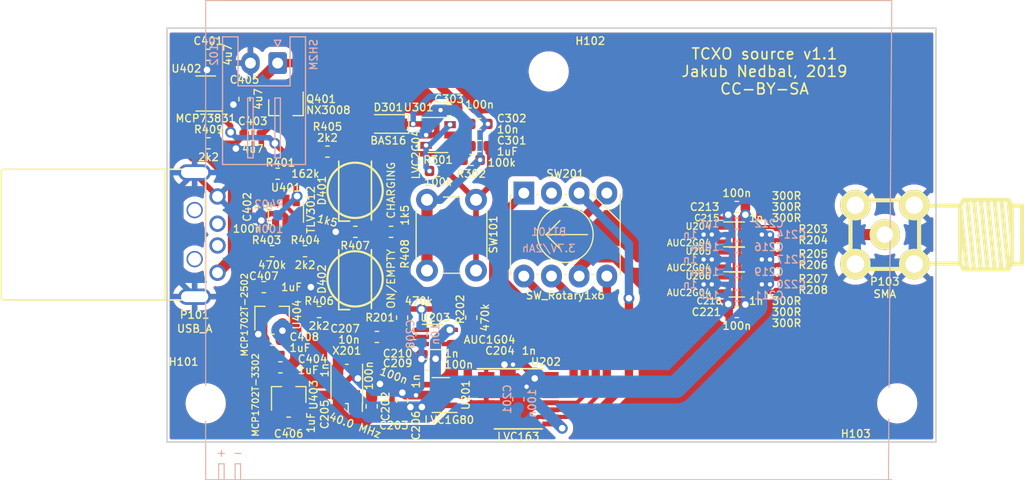
<source format=kicad_pcb>
(kicad_pcb (version 20221018) (generator pcbnew)
  (layers (0 "F.Cu" signal) (31 "B.Cu" signal) (34 "B.Paste" user) (35 "F.Paste" user) (36 "B.SilkS" user "B.Silkscreen") (37 "F.SilkS" user "F.Silkscreen") (38 "B.Mask" user) (39 "F.Mask" user) (44 "Edge.Cuts" user))
  (net 0 "")
  (net 1 "GND")
  (net 2 "+5V")
  (net 3 "+3V8")
  (net 4 "+2V5")
  (net 5 "+3V3")
  (net 6 "Net-(C207-Pad2)")
  (net 7 "Net-(C207-Pad1)")
  (net 8 "Net-(C208-Pad1)")
  (net 9 "/TCXO/OUT")
  (net 10 "/switch/POWER_ON")
  (net 11 "/Charger & Power Supply/STAT")
  (net 12 "/Charger & Power Supply/Cred")
  (net 13 "/Charger & Power Supply/Cgrn")
  (net 14 "/Charger & Power Supply/Bred")
  (net 15 "/Charger & Power Supply/~{V_OK}")
  (net 16 "/Charger & Power Supply/Bgrn")
  (net 17 "/Charger & Power Supply/VSENSE")
  (net 18 "/Charger & Power Supply/TH")
  (net 19 "/Charger & Power Supply/REF")
  (net 20 "/Charger & Power Supply/PROG")
  (net 21 "+BATT")
  (net 22 "/SWITCH1")
  (net 23 "/SWITCH2")
  (net 24 "Net-(R202-Pad1)")
  (net 25 "Net-(R203-Pad2)")
  (net 26 "Net-(R204-Pad2)")
  (net 27 "Net-(R205-Pad2)")
  (net 28 "Net-(R206-Pad2)")
  (net 29 "Net-(R207-Pad2)")
  (net 30 "Net-(R208-Pad2)")
  (net 31 "Net-(R301-Pad1)")
  (net 32 "Net-(SW201-Pad6)")
  (net 33 "Net-(SW201-Pad3)")
  (net 34 "Net-(SW201-Pad5)")
  (net 35 "Net-(SW201-Pad4)")
  (net 36 "Net-(SW201-Pad8)")
  (net 37 "Net-(SW201-Pad7)")
  (footprint "jakub:Molex_USB_A" (layer "F.Cu") (at 155.448 99.06 -90)
    (fp_text reference "P101")
    (fp_text value "USB_A")
  )
  (footprint "Capacitor_SMD:C_0603_1608Metric" (layer "F.Cu") (at 178.816 87.63)
    (fp_text reference "C303")
    (fp_text value "100n")
  )
  (footprint "Capacitor_SMD:C_0603_1608Metric" (layer "F.Cu") (at 156.6925 82.55)
    (fp_text reference "C401")
    (fp_text value "4u7")
  )
  (footprint "Capacitor_SMD:C_0603_1608Metric" (layer "F.Cu") (at 160.782 89.916 180)
    (fp_text reference "C403")
    (fp_text value "4u7")
  )
  (footprint "Capacitor_SMD:C_0603_1608Metric" (layer "F.Cu") (at 163.322 111.252 180)
    (fp_text reference "C404")
    (fp_text value "1uF")
  )
  (footprint "Capacitor_SMD:C_0603_1608Metric" (layer "F.Cu") (at 160.02 86.614 -90)
    (fp_text reference "C405")
    (fp_text value "4u7")
  )
  (footprint "Capacitor_SMD:C_0603_1608Metric" (layer "F.Cu") (at 164.084 116.332 180)
    (fp_text reference "C406")
    (fp_text value "1uF")
  )
  (footprint "Capacitor_SMD:C_0603_1608Metric" (layer "F.Cu") (at 161.798 103.886 180)
    (fp_text reference "C407")
    (fp_text value "1uF")
  )
  (footprint "Capacitor_SMD:C_0603_1608Metric" (layer "F.Cu") (at 162.5855 108.712 180)
    (fp_text reference "C408")
    (fp_text value "1uF")
  )
  (footprint "jakub:LEDdual_3.2x2.8" (layer "F.Cu") (at 170.18 95.022 90)
    (fp_text reference "D401")
    (fp_text value "LED_R/G")
  )
  (footprint "jakub:LEDdual_3.2x2.8" (layer "F.Cu") (at 170.18 103.15 90)
    (fp_text reference "D402")
    (fp_text value "LED_R/G")
  )
  (footprint "jakub:SMA" (layer "F.Cu") (at 218.821 99.06 -90)
    (fp_text reference "P103")
    (fp_text value "SMA")
  )
  (footprint "Package_TO_SOT_SMD:SOT-23" (layer "F.Cu") (at 163.83 87.376 -90)
    (fp_text reference "Q401")
    (fp_text value "NX3008")
  )
  (footprint "Resistor_SMD:R_0603_1608Metric" (layer "F.Cu") (at 163.068 93.472)
    (fp_text reference "R401")
    (fp_text value "162k")
  )
  (footprint "Resistor_SMD:R_0603_1608Metric" (layer "F.Cu") (at 162.56 100.584 180)
    (fp_text reference "R403")
    (fp_text value "470k")
  )
  (footprint "Resistor_SMD:R_0603_1608Metric" (layer "F.Cu") (at 165.5825 100.584)
    (fp_text reference "R404")
    (fp_text value "2k2")
  )
  (footprint "Resistor_SMD:R_0603_1608Metric" (layer "F.Cu") (at 167.64 91.44)
    (fp_text reference "R405")
    (fp_text value "2k2")
  )
  (footprint "Resistor_SMD:R_0603_1608Metric" (layer "F.Cu") (at 166.878 106.172 180)
    (fp_text reference "R406")
    (fp_text value "2k2")
  )
  (footprint "Resistor_SMD:R_0603_1608Metric" (layer "F.Cu") (at 173.482 98.806 180)
    (fp_text reference "R408")
    (fp_text value "1k5")
  )
  (footprint "Package_TO_SOT_SMD:SOT-23-6" (layer "F.Cu") (at 163.83 97.028 90)
    (fp_text reference "U401")
    (fp_text value "TLV3012")
  )
  (footprint "Package_TO_SOT_SMD:SOT-23" (layer "F.Cu") (at 164.084 113.776 90)
    (fp_text reference "U403")
    (fp_text value "MCP1702T-3302")
  )
  (footprint "Resistor_SMD:R_0603_1608Metric" (layer "F.Cu") (at 156.718 90.678)
    (fp_text reference "R409")
    (fp_text value "2k2")
  )
  (footprint "Capacitor_SMD:C_0603_1608Metric" (layer "F.Cu") (at 161.544 96.52 90)
    (fp_text reference "C402")
    (fp_text value "100n")
  )
  (footprint "Resistor_SMD:R_0603_1608Metric" (layer "F.Cu") (at 170.2055 98.806 180)
    (fp_text reference "R407")
    (fp_text value "1k5")
  )
  (footprint "Package_TO_SOT_SMD:SOT-23" (layer "F.Cu") (at 162.56 106.41 90)
    (fp_text reference "U404")
    (fp_text value "MCP1702T-2502")
  )
  (footprint "MountingHole:MountingHole_3.2mm_M3" (layer "F.Cu") (at 156.464 114.554)
    (fp_text reference "H101")
    (fp_text value "MountingHole")
  )
  (footprint "MountingHole:MountingHole_3.2mm_M3" (layer "F.Cu") (at 219.964 114.554)
    (fp_text reference "H103")
    (fp_text value "MountingHole")
  )
  (footprint "Capacitor_SMD:C_0603_1608Metric" (layer "F.Cu") (at 174.498 114.3 -90)
    (fp_text reference "C203")
    (fp_text value "100n")
  )
  (footprint "Capacitor_SMD:C_0402_1005Metric" (layer "F.Cu") (at 175.768 114.3 -90)
    (fp_text reference "C206")
    (fp_text value "1n")
  )
  (footprint "Capacitor_SMD:C_0603_1608Metric" (layer "F.Cu") (at 181.61 90.932)
    (fp_text reference "C301")
    (fp_text value "1uF")
  )
  (footprint "Capacitor_SMD:C_0603_1608Metric" (layer "F.Cu") (at 181.5845 88.9)
    (fp_text reference "C302")
    (fp_text value "10n")
  )
  (footprint "Resistor_SMD:R_0603_1608Metric" (layer "F.Cu") (at 180.8735 92.202)
    (fp_text reference "R302")
    (fp_text value "100k")
  )
  (footprint "Package_SO:TSSOP-16_4.4x5mm_P0.65mm" (layer "F.Cu") (at 185.171001 114.177001)
    (fp_text reference "U202")
    (fp_text value "LVC163")
  )
  (footprint "Package_TO_SOT_SMD:SOT-23-6" (layer "F.Cu") (at 177.8 89.916)
    (fp_text reference "U301")
    (fp_text value "LVC2G04")
  )
  (footprint "Diode_SMD:D_SOD-323_HandSoldering" (layer "F.Cu") (at 173.208 88.9 180)
    (fp_text reference "D301")
    (fp_text value "BAS16")
  )
  (footprint "Capacitor_SMD:C_0402_1005Metric" (layer "F.Cu") (at 205.209 105.156 180)
    (fp_text reference "C221")
    (fp_text value "1n")
  )
  (footprint "Capacitor_SMD:C_0402_1005Metric" (layer "F.Cu") (at 205.232 97.536 180)
    (fp_text reference "C215")
    (fp_text value "1n")
  )
  (footprint "Package_TO_SOT_SMD:SOT-363_SC-70-6_Handsoldering" (layer "F.Cu") (at 205.232 103.632)
    (fp_text reference "U206")
    (fp_text value "AUC2G04")
  )
  (footprint "Package_TO_SOT_SMD:SOT-363_SC-70-6_Handsoldering" (layer "F.Cu") (at 205.232 101.346)
    (fp_text reference "U205")
    (fp_text value "AUC2G04")
  )
  (footprint "Package_TO_SOT_SMD:SOT-363_SC-70-6_Handsoldering" (layer "F.Cu") (at 205.232 99.06)
    (fp_text reference "U204")
    (fp_text value "AUC2G04")
  )
  (footprint "Capacitor_SMD:C_0603_1608Metric" (layer "F.Cu") (at 205.232 106.172)
    (fp_text reference "C218")
    (fp_text value "100n")
  )
  (footprint "Resistor_SMD:R_0402_1005Metric" (layer "F.Cu") (at 209.804 103.124 180)
    (fp_text reference "R207")
    (fp_text value "300R")
  )
  (footprint "Resistor_SMD:R_0402_1005Metric" (layer "F.Cu") (at 209.804 100.838 180)
    (fp_text reference "R205")
    (fp_text value "300R")
  )
  (footprint "Resistor_SMD:R_0402_1005Metric" (layer "F.Cu") (at 209.804 99.568 180)
    (fp_text reference "R204")
    (fp_text value "300R")
  )
  (footprint "Resistor_SMD:R_0402_1005Metric" (layer "F.Cu") (at 209.804 98.552 180)
    (fp_text reference "R203")
    (fp_text value "300R")
  )
  (footprint "Resistor_SMD:R_0402_1005Metric" (layer "F.Cu") (at 209.804 104.14 180)
    (fp_text reference "R208")
    (fp_text value "300R")
  )
  (footprint "Button_Switch_THT:SW_PUSH_6mm_H13mm" (layer "F.Cu") (at 176.784 102.362 90)
    (fp_text reference "SW101")
    (fp_text value "SW_Push")
  )
  (footprint "Capacitor_SMD:C_0603_1608Metric" (layer "F.Cu") (at 205.232 96.52)
    (fp_text reference "C213")
    (fp_text value "100n")
  )
  (footprint "Oscillator:Oscillator_SMD_EuroQuartz_XO32-4Pin_3.2x2.5mm_HandSoldering" (layer "F.Cu") (at 169.418 112.776 90)
    (fp_text reference "X201")
    (fp_text value "40.0 MHz")
  )
  (footprint "jakub:Nidec_Copal_SS-10-16" (layer "F.Cu") (at 193.294 95.25 -90)
    (fp_text reference "SW201")
    (fp_text value "SW_Rotary1x6")
  )
  (footprint "Capacitor_SMD:C_0402_1005Metric" (layer "F.Cu") (at 177.038 109.982 180)
    (fp_text reference "C210")
    (fp_text value "1n")
  )
  (footprint "Capacitor_SMD:C_0402_1005Metric" (layer "F.Cu") (at 167.386 113.284 -90)
    (fp_text reference "C205")
    (fp_text value "1n")
  )
  (footprint "Resistor_SMD:R_0603_1608Metric" (layer "F.Cu") (at 174.498 106.68 -90)
    (fp_text reference "R201")
    (fp_text value "470k")
  )
  (footprint "Capacitor_SMD:C_0603_1608Metric" (layer "F.Cu") (at 171.704 114.8335 -90)
    (fp_text reference "C202")
    (fp_text value "100n")
  )
  (footprint "Capacitor_SMD:C_0603_1608Metric" (layer "F.Cu") (at 172.1865 108.458 180)
    (fp_text reference "C207")
    (fp_text value "10n")
  )
  (footprint "Resistor_SMD:R_0603_1608Metric" (layer "F.Cu") (at 180.848 106.68 90)
    (fp_text reference "R202")
    (fp_text value "470k")
  )
  (footprint "Capacitor_SMD:C_0603_1608Metric" (layer "F.Cu") (at 176.784 110.998)
    (fp_text reference "C209")
    (fp_text value "100n")
  )
  (footprint "Package_TO_SOT_SMD:SOT-353_SC-70-5_Handsoldering" (layer "F.Cu") (at 177.546 108.458)
    (fp_text reference "U203")
    (fp_text value "AUC1G04")
  )
  (footprint "MountingHole:MountingHole_3.2mm_M3" (layer "F.Cu") (at 187.96 84.074)
    (fp_text reference "H102")
    (fp_text value "MountingHole")
  )
  (footprint "Resistor_SMD:R_0603_1608Metric" (layer "F.Cu") (at 177.8 93.218)
    (fp_text reference "R301")
    (fp_text value "100k")
  )
  (footprint "Package_SO:TSOP-5_1.65x3.05mm_P0.95mm" (layer "F.Cu") (at 178.054 113.792 180)
    (fp_text reference "U201")
    (fp_text value "LVC1G80")
  )
  (footprint "Capacitor_SMD:C_0402_1005Metric" (layer "F.Cu") (at 185.166 110.998)
    (fp_text reference "C204")
    (fp_text value "1n")
  )
  (footprint "Package_TO_SOT_SMD:SOT-23-5" (layer "F.Cu") (at 156.464 86.106 180)
    (fp_text reference "U402")
    (fp_text value "MCP73831")
  )
  (footprint "Resistor_SMD:R_0402_1005Metric" (layer "F.Cu") (at 209.804 101.854 180)
    (fp_text reference "R206")
    (fp_text value "300R")
  )
  (footprint "Resistor_SMD:R_0603_1608Metric" (layer "B.Cu") (at 162.306 97.282 180)
    (fp_text reference "R402")
    (fp_text value "100k")
  )
  (footprint "Connector_JST:JST_XH_S2B-XH-A_1x02_P2.50mm_Horizontal" (layer "B.Cu") (at 163.068 83.312 180)
    (fp_text reference "P102")
    (fp_text value "SH2M")
  )
  (footprint "Capacitor_SMD:C_0603_1608Metric" (layer "B.Cu") (at 185.171001 114.177001 90)
    (fp_text reference "C201")
    (fp_text value "100n")
  )
  (footprint "Capacitor_SMD:C_0603_1608Metric" (layer "B.Cu") (at 205.232 104.648 180)
    (fp_text reference "C211")
    (fp_text value "1uF")
  )
  (footprint "Capacitor_SMD:C_0402_1005Metric" (layer "B.Cu") (at 205.232 101.346 180)
    (fp_text reference "C217")
    (fp_text value "1n")
  )
  (footprint "Capacitor_SMD:C_0603_1608Metric" (layer "B.Cu") (at 205.232 100.203)
    (fp_text reference "C216")
    (fp_text value "100n")
  )
  (footprint "Capacitor_SMD:C_0402_1005Metric" (layer "B.Cu") (at 205.232 99.06 180)
    (fp_text reference "C214")
    (fp_text value "1n")
  )
  (footprint "Capacitor_SMD:C_0603_1608Metric" (layer "B.Cu") (at 176.276 108.204 -90)
    (fp_text reference "C208")
    (fp_text value "10n")
  )
  (footprint "Capacitor_SMD:C_0603_1608Metric" (layer "B.Cu") (at 205.232 98.044 180)
    (fp_text reference "C212")
    (fp_text value "1uF")
  )
  (footprint "Capacitor_SMD:C_0603_1608Metric" (layer "B.Cu") (at 205.232 102.489)
    (fp_text reference "C219")
    (fp_text value "100n")
  )
  (footprint "Capacitor_SMD:C_0402_1005Metric" (layer "B.Cu") (at 205.232 103.632 180)
    (fp_text reference "C220")
    (fp_text value "1n")
  )
  (footprint "jakub:MIKROE-1120" (layer "B.Cu") (at 187.96 99.568 -90)
    (fp_text reference "BT101")
    (fp_text value "3.7V/2Ah")
  )
  (gr_circle (center 170.18 103.124) (end 172.72 103.124) (stroke (width 0.2)) (fill none) (layer "F.SilkS"))
  (gr_circle (center 170.18 94.996) (end 172.72 94.996) (stroke (width 0.2)) (fill none) (layer "F.SilkS"))
  (gr_line (start 223.52 118.11) (end 152.908 118.11) (stroke (width 0.15)) (layer "Edge.Cuts"))
  (gr_line (start 223.52 80.1) (end 152.908 80.1) (stroke (width 0.15)) (layer "Edge.Cuts"))
  (gr_line (start 223.52 80.1) (end 223.52 118.11) (stroke (width 0.15)) (layer "Edge.Cuts"))
  (gr_line (start 152.908 80.1) (end 152.908 118.11) (stroke (width 0.15)) (layer "Edge.Cuts"))
  (gr_text "TCXO source v1.1\nJakub Nedbal, 2019\nCC-BY-SA" (at 207.772 84.074) (layer "F.SilkS") (effects (font (size 1 1))))
  (gr_text "ON/EMPTY" (at 173.482 103.124 90) (layer "F.SilkS") (effects (font (size 0.7 0.7) (thickness 0.11))))
  (gr_text "CHARGING" (at 173.482 94.996 90) (layer "F.SilkS") (effects (font (size 0.7 0.7) (thickness 0.11))))
  (segment (start 204.83825 105.77825) (end 204.4445 106.172) (width 0.254) (layer "F.Cu") (net 1))
  (segment (start 204.979001 105.637499) (end 204.83825 105.77825) (width 0.254) (layer "F.Cu") (net 1))
  (segment (start 204.724 105.664) (end 204.724 105.156) (width 0.254) (layer "F.Cu") (net 1))
  (segment (start 204.83825 105.77825) (end 204.724 105.664) (width 0.254) (layer "F.Cu") (net 1))
  (segment (start 204.979001 104.743601) (end 204.979001 105.637499) (width 0.254) (layer "F.Cu") (net 1))
  (segment (start 204.979001 103.820399) (end 204.979001 104.743601) (width 0.254) (layer "F.Cu") (net 1))
  (segment (start 204.979001 104.743601) (end 204.724 104.998602) (width 0.254) (layer "F.Cu") (net 1))
  (segment (start 204.724 104.998602) (end 204.724 105.156) (width 0.254) (layer "F.Cu") (net 1))
  (segment (start 204.979001 103.379001) (end 204.979001 101.598999) (width 0.254) (layer "F.Cu") (net 1))
  (segment (start 204.979001 103.820399) (end 204.979001 103.379001) (width 0.254) (layer "F.Cu") (net 1))
  (segment (start 204.979001 103.379001) (end 204.979001 103.443601) (width 0.254) (layer "F.Cu") (net 1))
  (segment (start 204.979001 103.443601) (end 204.790602 103.632) (width 0.254) (layer "F.Cu") (net 1))
  (segment (start 204.4445 106.172) (end 204.4445 105.4355) (width 0.762) (layer "F.Cu") (net 1))
  (segment (start 204.4445 105.4355) (end 204.724 105.156) (width 0.762) (layer "F.Cu") (net 1))
  (segment (start 204.4445 96.52) (end 204.4445 97.2335) (width 0.762) (layer "F.Cu") (net 1))
  (segment (start 204.4445 97.2335) (end 204.747 97.536) (width 0.762) (layer "F.Cu") (net 1))
  (segment (start 204.979001 98.807001) (end 204.979001 97.768001) (width 0.254) (layer "F.Cu") (net 1))
  (segment (start 204.979001 99.248399) (end 204.979001 98.807001) (width 0.254) (layer "F.Cu") (net 1))
  (segment (start 204.979001 98.807001) (end 204.979001 98.871601) (width 0.254) (layer "F.Cu") (net 1))
  (segment (start 204.979001 98.871601) (end 204.790602 99.06) (width 0.254) (layer "F.Cu") (net 1))
  (segment (start 204.979001 97.768001) (end 204.747 97.536) (width 0.254) (layer "F.Cu") (net 1))
  (segment (start 204.979001 101.093001) (end 204.979001 99.248399) (width 0.254) (layer "F.Cu") (net 1))
  (segment (start 204.979001 99.248399) (end 204.790602 99.06) (width 0.254) (layer "F.Cu") (net 1))
  (segment (start 204.790602 99.06) (end 204.597 99.06) (width 0.254) (layer "F.Cu") (net 1))
  (segment (start 204.597 99.06) (end 203.902 99.06) (width 0.254) (layer "F.Cu") (net 1))
  (segment (start 204.976999 101.093001) (end 204.724 101.346) (width 0.254) (layer "F.Cu") (net 1))
  (segment (start 204.979001 101.419001) (end 204.979001 101.093001) (width 0.254) (layer "F.Cu") (net 1))
  (segment (start 204.979001 101.093001) (end 204.976999 101.093001) (width 0.254) (layer "F.Cu") (net 1))
  (segment (start 204.724 101.346) (end 203.902 101.346) (width 0.254) (layer "F.Cu") (net 1))
  (segment (start 204.906 101.346) (end 204.724 101.346) (width 0.254) (layer "F.Cu") (net 1))
  (segment (start 204.979001 101.598999) (end 204.979001 101.419001) (width 0.254) (layer "F.Cu") (net 1))
  (segment (start 204.979001 101.598999) (end 204.976999 101.598999) (width 0.254) (layer "F.Cu") (net 1))
  (segment (start 204.976999 101.598999) (end 204.724 101.346) (width 0.254) (layer "F.Cu") (net 1))
  (segment (start 204.979001 101.419001) (end 204.906 101.346) (width 0.254) (layer "F.Cu") (net 1))
  (segment (start 203.902 103.632) (end 204.790602 103.632) (width 0.254) (layer "F.Cu") (net 1))
  (segment (start 204.790602 103.632) (end 204.979001 103.820399) (width 0.254) (layer "F.Cu") (net 1))
  (segment (start 202.946 99.06) (end 202.934053 99.06) (width 0.381) (layer "F.Cu") (net 1))
  (segment (start 202.934053 99.06) (end 202.934052 99.060001) (width 0.381) (layer "F.Cu") (net 1))
  (segment (start 202.946 99.06) (end 202.184 99.06) (width 0.381) (layer "F.Cu") (net 1))
  (segment (start 203.902 99.06) (end 202.946 99.06) (width 0.381) (layer "F.Cu") (net 1))
  (segment (start 202.509787 101.346) (end 202.184 101.346) (width 0.381) (layer "F.Cu") (net 1))
  (segment (start 203.902 103.632) (end 202.934053 103.632) (width 0.381) (layer "F.Cu") (net 1))
  (segment (start 202.934053 103.632) (end 202.934052 103.632001) (width 0.381) (layer "F.Cu") (net 1))
  (segment (start 202.934052 101.345999) (end 202.509787 101.346) (width 0.381) (layer "F.Cu") (net 1))
  (segment (start 203.902 101.346) (end 202.934053 101.346) (width 0.381) (layer "F.Cu") (net 1))
  (segment (start 202.934053 101.346) (end 202.934052 101.345999) (width 0.381) (layer "F.Cu") (net 1))
  (segment (start 170.193 111.326) (end 170.193 112.027) (width 1.024) (layer "F.Cu") (net 1))
  (segment (start 170.193 112.027) (end 170.434 112.268) (width 1.024) (layer "F.Cu") (net 1))
  (segment (start 176.276 109.728) (end 175.9965 110.0075) (width 0.508) (layer "F.Cu") (net 1))
  (segment (start 175.9965 110.0075) (end 175.9965 110.998) (width 0.508) (layer "F.Cu") (net 1))
  (segment (start 176.553 109.982) (end 176.553 110.4415) (width 0.508) (layer "F.Cu") (net 1))
  (segment (start 176.553 110.4415) (end 175.9965 110.998) (width 0.508) (layer "F.Cu") (net 1))
  (segment (start 176.276 109.728) (end 176.255 109.728) (width 0.381) (layer "F.Cu") (net 1))
  (segment (start 176.255 109.728) (end 176.216 109.689) (width 0.381) (layer "F.Cu") (net 1))
  (segment (start 176.216 109.689) (end 176.216 109.108) (width 0.381) (layer "F.Cu") (net 1))
  (segment (start 176.53 109.982) (end 176.276 109.728) (width 0.508) (layer "F.Cu") (net 1))
  (segment (start 176.553 109.982) (end 176.53 109.982) (width 0.508) (layer "F.Cu") (net 1))
  (segment (start 171.704 114.046) (end 171.704 112.837) (width 1.024) (layer "F.Cu") (net 1))
  (segment (start 171.704 112.837) (end 170.193 111.326) (width 1.024) (layer "F.Cu") (net 1))
  (segment (start 170.193 111.326) (end 170.193 111.751) (width 0.508) (layer "F.Cu") (net 1))
  (segment (start 170.193 111.751) (end 169.145 112.799) (width 0.508) (layer "F.Cu") (net 1))
  (segment (start 169.145 112.799) (end 167.806 112.799) (width 0.508) (layer "F.Cu") (net 1))
  (segment (start 167.806 112.799) (end 167.386 112.799) (width 0.508) (layer "F.Cu") (net 1))
  (segment (start 178.0285 87.63) (end 177.684001 87.974499) (width 0.508) (layer "F.Cu") (net 1))
  (segment (start 163.83 98.128) (end 163.83 97.405798) (width 0.508) (layer "F.Cu") (net 1))
  (segment (start 160.568 83.312) (end 158.242 83.312) (width 0.508) (layer "F.Cu") (net 1))
  (segment (start 178.544802 112.842) (end 177.60681 113.779992) (width 0.762) (layer "F.Cu") (net 1))
  (segment (start 184.681 110.998) (end 183.896 110.998) (width 0.762) (layer "F.Cu") (net 1))
  (segment (start 177.60681 113.779992) (end 176.223008 113.779992) (width 0.762) (layer "F.Cu") (net 1))
  (segment (start 161.0105 103.886) (end 161.0105 105.9435) (width 1.024) (layer "F.Cu") (net 1))
  (segment (start 157.48 82.55) (end 156.579999 83.450001) (width 0.508) (layer "F.Cu") (net 1))
  (segment (start 183.434 113.284) (end 183.896 113.284) (width 0.381) (layer "F.Cu") (net 1))
  (segment (start 182.221001 113.852001) (end 182.221001 113.202001) (width 0.381) (layer "F.Cu") (net 1))
  (segment (start 182.221001 116.452001) (end 183.683501 116.452001) (width 0.381) (layer "F.Cu") (net 1))
  (segment (start 183.732001 115.152001) (end 183.896 115.316) (width 0.381) (layer "F.Cu") (net 1))
  (segment (start 164.707503 113.74201) (end 164.11799 113.74201) (width 0.508) (layer "F.Cu") (net 1))
  (segment (start 160.02 87.4015) (end 159.2835 87.4015) (width 0.508) (layer "F.Cu") (net 1))
  (segment (start 176.188 113.815) (end 175.768 113.815) (width 0.762) (layer "F.Cu") (net 1))
  (segment (start 163.134 114.726) (end 163.134 114.776) (width 0.508) (layer "F.Cu") (net 1))
  (segment (start 159.9945 87.427) (end 160.02 87.4015) (width 0.508) (layer "F.Cu") (net 1))
  (segment (start 165.650513 112.799) (end 165.165513 113.284) (width 0.762) (layer "F.Cu") (net 1))
  (segment (start 162.5345 112.0395) (end 162.5345 113.2585) (width 1.024) (layer "F.Cu") (net 1))
  (segment (start 159.9945 89.916) (end 159.9945 87.427) (width 0.508) (layer "F.Cu") (net 1))
  (segment (start 182.221001 113.202001) (end 183.352001 113.202001) (width 0.381) (layer "F.Cu") (net 1))
  (segment (start 158.242 83.312) (end 157.48 82.55) (width 0.508) (layer "F.Cu") (net 1))
  (segment (start 174.498 113.55) (end 174.52299 113.57499) (width 0.508) (layer "F.Cu") (net 1))
  (segment (start 157.564 86.106) (end 158.7245 86.106) (width 0.508) (layer "F.Cu") (net 1))
  (segment (start 162.282501 97.143999) (end 162.119 97.3075) (width 0.508) (layer "F.Cu") (net 1))
  (segment (start 162.5345 114.1765) (end 163.134 114.776) (width 1.024) (layer "F.Cu") (net 1))
  (segment (start 161.61 107.41) (end 161.61 108.524) (width 1.024) (layer "F.Cu") (net 1))
  (segment (start 162.119 97.3075) (end 161.544 97.3075) (width 0.508) (layer "F.Cu") (net 1))
  (segment (start 163.83 97.405798) (end 163.568201 97.143999) (width 0.508) (layer "F.Cu") (net 1))
  (segment (start 175.768 113.815) (end 174.8005 113.815) (width 0.762) (layer "F.Cu") (net 1))
  (segment (start 161.798 108.712) (end 161.29 108.204) (width 1.024) (layer "F.Cu") (net 1))
  (segment (start 184.681 115.454502) (end 184.658 115.477502) (width 0.762) (layer "F.Cu") (net 1))
  (segment (start 167.386 112.799) (end 165.650513 112.799) (width 0.762) (layer "F.Cu") (net 1))
  (segment (start 179.214 112.842) (end 178.544802 112.842) (width 0.508) (layer "F.Cu") (net 1))
  (segment (start 183.896 116.239502) (end 183.896 115.316) (width 0.762) (layer "F.Cu") (net 1))
  (segment (start 156.579999 83.450001) (end 156.579999 83.935999) (width 0.508) (layer "F.Cu") (net 1))
  (segment (start 171.758894 112.776) (end 171.704 112.830894) (width 1.024) (layer "F.Cu") (net 1))
  (segment (start 183.896 111.783) (end 184.681 110.998) (width 0.762) (layer "F.Cu") (net 1))
  (segment (start 169.418 98.806) (end 168.91 98.806) (width 0.508) (layer "F.Cu") (net 1))
  (segment (start 166.116 105.5715) (end 166.0905 105.597) (width 0.508) (layer "F.Cu") (net 1))
  (segment (start 156.579999 85.844201) (end 156.841798 86.106) (width 0.508) (layer "F.Cu") (net 1))
  (segment (start 164.11799 113.74201) (end 163.134 114.726) (width 0.508) (layer "F.Cu") (net 1))
  (segment (start 163.568201 97.143999) (end 162.282501 97.143999) (width 0.508) (layer "F.Cu") (net 1))
  (segment (start 156.841798 86.106) (end 157.564 86.106) (width 0.508) (layer "F.Cu") (net 1))
  (segment (start 163.134 114.776) (end 163.134 116.1695) (width 1.024) (layer "F.Cu") (net 1))
  (segment (start 155.448 93.36) (end 155.448 93.46) (width 0.508) (layer "F.Cu") (net 1))
  (segment (start 155.448 93.46) (end 157.548 95.56) (width 0.508) (layer "F.Cu") (net 1))
  (segment (start 183.683501 116.452001) (end 183.896 116.239502) (width 1.024) (layer "F.Cu") (net 1))
  (segment (start 163.134 116.1695) (end 163.2965 116.332) (width 1.024) (layer "F.Cu") (net 1))
  (segment (start 158.7245 86.106) (end 160.02 87.4015) (width 0.508) (layer "F.Cu") (net 1))
  (segment (start 159.2325 90.678) (end 159.9945 89.916) (width 0.508) (layer "F.Cu") (net 1))
  (segment (start 174.8005 113.815) (end 174.498 113.5125) (width 0.762) (layer "F.Cu") (net 1))
  (segment (start 168.91 98.806) (end 168.402 98.806) (width 0.508) (layer "F.Cu") (net 1))
  (segment (start 183.896 110.998) (end 183.896 111.783) (width 0.762) (layer "F.Cu") (net 1))
  (segment (start 161.56899 97.33249) (end 161.544 97.3075) (width 0.508) (layer "F.Cu") (net 1))
  (segment (start 161.0105 105.9435) (end 161.0105 106.8105) (width 1.024) (layer "F.Cu") (net 1))
  (segment (start 183.352001 113.202001) (end 183.434 113.284) (width 0.381) (layer "F.Cu") (net 1))
  (segment (start 182.221001 115.152001) (end 182.221001 114.502001) (width 0.381) (layer "F.Cu") (net 1))
  (segment (start 166.0905 105.597) (end 166.0905 106.172) (width 0.508) (layer "F.Cu") (net 1))
  (segment (start 183.896 115.316) (end 183.896 113.284) (width 0.762) (layer "F.Cu") (net 1))
  (segment (start 162.5345 111.252) (end 162.5345 112.0395) (width 1.024) (layer "F.Cu") (net 1))
  (segment (start 156.579999 83.935999) (end 156.579999 85.844201) (width 0.508) (layer "F.Cu") (net 1))
  (segment (start 165.165513 113.284) (end 164.707503 113.74201) (width 0.508) (layer "F.Cu") (net 1))
  (segment (start 171.704 112.830894) (end 171.704 112.837) (width 1.024) (layer "F.Cu") (net 1))
  (segment (start 159.2325 90.678) (end 159.2325 91.1605) (width 0.508) (layer "F.Cu") (net 1))
  (segment (start 161.798 108.712) (end 161.798 110.5155) (width 1.024) (layer "F.Cu") (net 1))
  (segment (start 161.61 108.524) (end 161.798 108.712) (width 1.024) (layer "F.Cu") (net 1))
  (segment (start 162.5345 113.2585) (end 162.5345 114.1765) (width 1.024) (layer "F.Cu") (net 1))
  (segment (start 161.798 110.5155) (end 162.5345 111.252) (width 1.024) (layer "F.Cu") (net 1))
  (segment (start 159.2835 87.4015) (end 159.004 87.122) (width 0.508) (layer "F.Cu") (net 1))
  (segment (start 177.422202 89.916) (end 176.7 89.916) (width 0.508) (layer "F.Cu") (net 1))
  (segment (start 161.0105 106.8105) (end 161.61 107.41) (width 1.024) (layer "F.Cu") (net 1))
  (segment (start 177.684001 87.974499) (end 177.684001 89.654201) (width 0.508) (layer "F.Cu") (net 1))
  (segment (start 157.5055 90.678) (end 159.2325 90.678) (width 0.508) (layer "F.Cu") (net 1))
  (segment (start 182.221001 115.152001) (end 183.732001 115.152001) (width 0.381) (layer "F.Cu") (net 1))
  (segment (start 184.658 115.477502) (end 183.896 116.239502) (width 0.762) (layer "F.Cu") (net 1))
  (segment (start 174.498 113.5125) (end 174.498 113.55) (width 0.508) (layer "F.Cu") (net 1))
  (segment (start 161.56899 97.7645) (end 161.56899 97.33249) (width 0.508) (layer "F.Cu") (net 1))
  (segment (start 166.116 103.886) (end 166.116 105.5715) (width 0.508) (layer "F.Cu") (net 1))
  (segment (start 183.896 113.284) (end 183.896 111.783) (width 0.762) (layer "F.Cu") (net 1))
  (segment (start 177.684001 89.654201) (end 177.422202 89.916) (width 0.508) (layer "F.Cu") (net 1))
  (segment (start 176.223008 113.779992) (end 176.188 113.815) (width 0.762) (layer "F.Cu") (net 1))
  (segment (start 182.221001 114.502001) (end 182.221001 113.852001) (width 0.381) (layer "F.Cu") (net 1))
  (segment (start 172.466 112.776) (end 171.758894 112.776) (width 1.024) (layer "F.Cu") (net 1))
  (via (at 204.4445 105.4355) (size 1) (drill 0.6) (layers "F.Cu" "B.Cu") (net 1))
  (via (at 204.4445 97.2335) (size 1) (drill 0.6) (layers "F.Cu" "B.Cu") (net 1))
  (via (at 202.934052 99.060001) (size 0.6) (drill 0.4) (layers "F.Cu" "B.Cu") (net 1))
  (via (at 202.184 99.06) (size 0.6) (drill 0.4) (layers "F.Cu" "B.Cu") (net 1))
  (via (at 202.184 103.632) (size 0.6) (drill 0.4) (layers "F.Cu" "B.Cu") (net 1))
  (via (at 202.934052 103.632001) (size 0.6) (drill 0.4) (layers "F.Cu" "B.Cu") (net 1))
  (via (at 202.184 101.346) (size 0.6) (drill 0.4) (layers "F.Cu" "B.Cu") (net 1))
  (via (at 202.934052 101.345999) (size 0.6) (drill 0.4) (layers "F.Cu" "B.Cu") (net 1))
  (via (at 172.466 112.776) (size 1) (drill 0.6) (layers "F.Cu" "B.Cu") (net 1))
  (via (at 170.434 112.268) (size 1) (drill 0.6) (layers "F.Cu" "B.Cu") (net 1))
  (via (at 184.681 110.998) (size 0.6) (drill 0.4) (layers "F.Cu" "B.Cu") (net 1))
  (via (at 183.896 110.998) (size 1) (drill 0.6) (layers "F.Cu" "B.Cu") (net 1))
  (via (at 156.579999 83.935999) (size 1) (drill 0.6) (layers "F.Cu" "B.Cu") (net 1))
  (via (at 159.2325 91.1605) (size 1) (drill 0.6) (layers "F.Cu" "B.Cu") (net 1))
  (via (at 161.56899 97.7645) (size 1) (drill 0.6) (layers "F.Cu" "B.Cu") (net 1))
  (via (at 166.116 103.886) (size 1) (drill 0.6) (layers "F.Cu" "B.Cu") (net 1))
  (via (at 176.276 110.49) (size 1) (drill 0.6) (layers "F.Cu" "B.Cu") (net 1))
  (via (at 161.29 108.204) (size 1) (drill 0.6) (layers "F.Cu" "B.Cu") (net 1))
  (via (at 174.52299 113.57499) (size 1) (drill 0.6) (layers "F.Cu" "B.Cu") (net 1))
  (via (at 159.004 87.122) (size 1) (drill 0.6) (layers "F.Cu" "B.Cu") (net 1))
  (via (at 178.0285 87.63) (size 0.6) (drill 0.4) (layers "F.Cu" "B.Cu") (net 1))
  (via (at 168.402 98.806) (size 1) (drill 0.6) (layers "F.Cu" "B.Cu") (net 1))
  (via (at 175.768 113.815) (size 0.6) (drill 0.4) (layers "F.Cu" "B.Cu") (net 1))
  (via (at 176.7 89.916) (size 0.6) (drill 0.4) (layers "F.Cu" "B.Cu") (net 1))
  (segment (start 154.178 103.49) (end 154.178 94.63) (width 0.508) (layer "B.Cu") (net 1))
  (segment (start 154.178 94.63) (end 155.448 93.36) (width 0.508) (layer "B.Cu") (net 1))
  (segment (start 172.665 112.776) (end 170.942 112.776) (width 1.024) (layer "B.Cu") (net 1))
  (segment (start 170.942 112.776) (end 170.434 112.268) (width 1.024) (layer "B.Cu") (net 1))
  (segment (start 176.276 108.9915) (end 176.276 110.49) (width 0.508) (layer "B.Cu") (net 1))
  (segment (start 156.579999 83.935999) (end 156.579999 84.697999) (width 0.508) (layer "B.Cu") (net 1))
  (segment (start 178.696078 106.426) (end 175.581039 103.310961) (width 0.508) (layer "B.Cu") (net 1))
  (segment (start 174.951 110.49) (end 174.951 103.941) (width 0.508) (layer "B.Cu") (net 1))
  (segment (start 159.004 87.122) (end 157.226 88.9) (width 0.508) (layer "B.Cu") (net 1))
  (segment (start 155.448 92.102) (end 155.448 93.36) (width 0.508) (layer "B.Cu") (net 1))
  (segment (start 202.934051 103.632) (end 202.934052 103.632001) (width 0.508) (layer "B.Cu") (net 1))
  (segment (start 202.184 103.632) (end 199.39 106.426) (width 0.508) (layer "B.Cu") (net 1))
  (segment (start 166.116 103.886) (end 166.116 101.092) (width 0.508) (layer "B.Cu") (net 1))
  (segment (start 159.7525 97.7645) (end 157.548 95.56) (width 0.508) (layer "B.Cu") (net 1))
  (segment (start 161.5185 97.7645) (end 161.56899 97.7645) (width 0.508) (layer "B.Cu") (net 1))
  (segment (start 204.4445 99.3395) (end 204.724 99.06) (width 0.508) (layer "B.Cu") (net 1))
  (segment (start 183.345492 116.79001) (end 169.87601 116.79001) (width 0.508) (layer "B.Cu") (net 1))
  (segment (start 169.109106 98.806) (end 168.402 98.806) (width 0.508) (layer "B.Cu") (net 1))
  (segment (start 204.4445 101.6485) (end 204.747 101.346) (width 0.508) (layer "B.Cu") (net 1))
  (segment (start 206.010893 94.960001) (end 214.721001 94.960001) (width 0.508) (layer "B.Cu") (net 1))
  (segment (start 168.402 98.098894) (end 168.402 98.806) (width 0.508) (layer "B.Cu") (net 1))
  (segment (start 185.171001 114.964501) (end 184.658 115.477502) (width 1.024) (layer "B.Cu") (net 1))
  (segment (start 184.658 115.477502) (end 183.345492 116.79001) (width 0.508) (layer "B.Cu") (net 1))
  (segment (start 204.4445 104.648) (end 204.4445 103.9345) (width 0.508) (layer "B.Cu") (net 1))
  (segment (start 175.768 113.815) (end 174.763 113.815) (width 0.508) (layer "B.Cu") (net 1))
  (segment (start 202.184 103.632) (end 202.934051 103.632) (width 0.508) (layer "B.Cu") (net 1))
  (segment (start 175.662 89.916) (end 168.402 97.176) (width 0.508) (layer "B.Cu") (net 1))
  (segment (start 157.226 88.9) (end 157.226 89.861106) (width 0.508) (layer "B.Cu") (net 1))
  (segment (start 174.763 113.815) (end 174.52299 113.57499) (width 0.508) (layer "B.Cu") (net 1))
  (segment (start 162.61049 98.806) (end 161.56899 97.7645) (width 0.508) (layer "B.Cu") (net 1))
  (segment (start 161.789999 108.703999) (end 161.29 108.204) (width 0.508) (layer "B.Cu") (net 1))
  (segment (start 202.184001 99.060001) (end 202.184 99.06) (width 0.508) (layer "B.Cu") (net 1))
  (segment (start 157.548 95.56) (end 157.932 95.56) (width 0.508) (layer "B.Cu") (net 1))
  (segment (start 204.4445 100.203) (end 204.4445 99.3395) (width 0.508) (layer "B.Cu") (net 1))
  (segment (start 216.121 96.36) (end 216.121 101.76) (width 1.024) (layer "B.Cu") (net 1))
  (segment (start 173.46399 113.57499) (end 172.665 112.776) (width 0.762) (layer "B.Cu") (net 1))
  (segment (start 159.2325 91.1605) (end 156.3895 91.1605) (width 0.508) (layer "B.Cu") (net 1))
  (segment (start 204.747 103.632) (end 204.747 102.7915) (width 0.508) (layer "B.Cu") (net 1))
  (segment (start 158.525394 91.1605) (end 159.2325 91.1605) (width 0.508) (layer "B.Cu") (net 1))
  (segment (start 166.243 100.965) (end 168.402 98.806) (width 0.508) (layer "B.Cu") (net 1))
  (segment (start 204.724 98.3235) (end 204.4445 98.044) (width 0.508) (layer "B.Cu") (net 1))
  (segment (start 202.934052 103.632001) (end 202.934052 101.345999) (width 0.508) (layer "B.Cu") (net 1))
  (segment (start 156.3895 91.1605) (end 155.448 92.102) (width 0.508) (layer "B.Cu") (net 1))
  (segment (start 176.7 89.916) (end 175.662 89.916) (width 0.508) (layer "B.Cu") (net 1))
  (segment (start 202.934052 101.345999) (end 202.934052 99.060001) (width 0.508) (layer "B.Cu") (net 1))
  (segment (start 157.226 89.861106) (end 158.525394 91.1605) (width 0.508) (layer "B.Cu") (net 1))
  (segment (start 161.56899 97.7645) (end 159.7525 97.7645) (width 0.508) (layer "B.Cu") (net 1))
  (segment (start 202.184 101.346) (end 202.184 103.632) (width 0.508) (layer "B.Cu") (net 1))
  (segment (start 156.579999 84.697999) (end 159.004 87.122) (width 0.508) (layer "B.Cu") (net 1))
  (segment (start 204.4445 103.9345) (end 204.747 103.632) (width 0.508) (layer "B.Cu") (net 1))
  (segment (start 204.4445 96.526394) (end 206.010893 94.960001) (width 0.508) (layer "B.Cu") (net 1))
  (segment (start 221.521 101.76) (end 221.521 96.36) (width 1.024) (layer "B.Cu") (net 1))
  (segment (start 204.747 102.7915) (end 204.4445 102.489) (width 0.508) (layer "B.Cu") (net 1))
  (segment (start 174.951 103.941) (end 175.581039 103.310961) (width 0.508) (layer "B.Cu") (net 1))
  (segment (start 171.076078 98.806) (end 169.109106 98.806) (width 0.508) (layer "B.Cu") (net 1))
  (segment (start 168.402 97.176) (end 168.402 98.098894) (width 0.508) (layer "B.Cu") (net 1))
  (segment (start 204.4445 97.2335) (end 204.4445 96.526394) (width 0.508) (layer "B.Cu") (net 1))
  (segment (start 204.4445 105.4355) (end 204.4445 104.648) (width 0.508) (layer "B.Cu") (net 1))
  (segment (start 174.52299 113.57499) (end 173.46399 113.57499) (width 0.762) (layer "B.Cu") (net 1))
  (segment (start 174.951 110.49) (end 172.665 112.776) (width 1.024) (layer "B.Cu") (net 1))
  (segment (start 204.747 100.5055) (end 204.4445 100.203) (width 0.508) (layer "B.Cu") (net 1))
  (segment (start 216.121 101.76) (end 221.521 101.76) (width 1.024) (layer "B.Cu") (net 1))
  (segment (start 176.276 110.49) (end 174.951 110.49) (width 1.024) (layer "B.Cu") (net 1))
  (segment (start 204.747 101.346) (end 204.747 100.5055) (width 0.508) (layer "B.Cu") (net 1))
  (segment (start 204.724 99.06) (end 204.724 98.3235) (width 0.508) (layer "B.Cu") (net 1))
  (segment (start 168.402 98.806) (end 162.61049 98.806) (width 0.508) (layer "B.Cu") (net 1))
  (segment (start 204.4445 102.489) (end 204.4445 101.6485) (width 0.508) (layer "B.Cu") (net 1))
  (segment (start 199.39 106.426) (end 178.696078 106.426) (width 0.508) (layer "B.Cu") (net 1))
  (segment (start 175.581039 103.310961) (end 171.076078 98.806) (width 0.508) (layer "B.Cu") (net 1))
  (segment (start 161.5185 97.282) (end 161.5185 97.7645) (width 0.508) (layer "B.Cu") (net 1))
  (segment (start 166.116 101.092) (end 166.243 100.965) (width 0.508) (layer "B.Cu") (net 1))
  (segment (start 214.721001 94.960001) (end 216.121 96.36) (width 0.508) (layer "B.Cu") (net 1))
  (segment (start 155.448 104.76) (end 154.178 103.49) (width 0.508) (layer "B.Cu") (net 1))
  (segment (start 202.934052 99.060001) (end 202.184001 99.060001) (width 0.508) (layer "B.Cu") (net 1))
  (segment (start 202.184 99.06) (end 202.184 101.346) (width 0.508) (layer "B.Cu") (net 1))
  (segment (start 169.87601 116.79001) (end 161.789999 108.703999) (width 0.508) (layer "B.Cu") (net 1))
  (segment (start 155.364 85.156) (end 155.364 83.091) (width 1.024) (layer "F.Cu") (net 2))
  (segment (start 155.326214 91.86501) (end 156.770604 91.86501) (width 1.024) (layer "F.Cu") (net 2))
  (segment (start 164.016799 85.471999) (end 163.84601 85.642788) (width 0.508) (layer "F.Cu") (net 2))
  (segment (start 166.8525 89.731298) (end 164.463212 87.34201) (width 0.508) (layer "F.Cu") (net 2))
  (segment (start 160.80499 88.92299) (end 160.80499 90.90901) (width 0.254) (layer "F.Cu") (net 2))
  (segment (start 162.33999 87.34201) (end 160.782 88.9) (width 0.508) (layer "F.Cu") (net 2))
  (segment (start 155.364 83.091) (end 155.905 82.55) (width 1.024) (layer "F.Cu") (net 2))
  (segment (start 153.69501 86.61999) (end 153.69501 90.233806) (width 1.024) (layer "F.Cu") (net 2))
  (segment (start 167.521999 85.471999) (end 164.016799 85.471999) (width 0.508) (layer "F.Cu") (net 2))
  (segment (start 155.159 85.156) (end 153.69501 86.61999) (width 1.024) (layer "F.Cu") (net 2))
  (segment (start 163.84601 87.077192) (end 164.110828 87.34201) (width 0.508) (layer "F.Cu") (net 2))
  (segment (start 163.581192 87.34201) (end 163.28801 87.34201) (width 0.508) (layer "F.Cu") (net 2))
  (segment (start 166.8525 91.44) (end 166.8525 89.731298) (width 0.508) (layer "F.Cu") (net 2))
  (segment (start 155.364 85.156) (end 155.159 85.156) (width 1.024) (layer "F.Cu") (net 2))
  (segment (start 160.782 88.9) (end 160.80499 88.92299) (width 0.254) (layer "F.Cu") (net 2))
  (segment (start 164.110828 87.34201) (end 164.30401 87.34201) (width 0.508) (layer "F.Cu") (net 2))
  (segment (start 163.28801 87.34201) (end 162.33999 87.34201) (width 0.508) (layer "F.Cu") (net 2))
  (segment (start 160.528 91.186) (end 160.528 92.586408) (width 0.508) (layer "F.Cu") (net 2))
  (segment (start 153.69501 90.233806) (end 155.326214 91.86501) (width 1.024) (layer "F.Cu") (net 2))
  (segment (start 156.770604 91.86501) (end 159.010001 94.104407) (width 1.024) (layer "F.Cu") (net 2))
  (segment (start 164.30401 87.34201) (end 163.28801 87.34201) (width 0.508) (layer "F.Cu") (net 2))
  (segment (start 164.463212 87.34201) (end 164.30401 87.34201) (width 0.508) (layer "F.Cu") (net 2))
  (segment (start 158.297999 101.810001) (end 157.548 102.56) (width 1.024) (layer "F.Cu") (net 2))
  (segment (start 159.010001 94.104407) (end 159.010001 101.097999) (width 1.024) (layer "F.Cu") (net 2))
  (segment (start 160.80499 90.90901) (end 160.528 91.186) (width 0.254) (layer "F.Cu") (net 2))
  (segment (start 163.84601 87.077192) (end 163.581192 87.34201) (width 0.508) (layer "F.Cu") (net 2))
  (segment (start 163.84601 85.642788) (end 163.84601 87.077192) (width 0.508) (layer "F.Cu") (net 2))
  (segment (start 159.010001 101.097999) (end 158.297999 101.810001) (width 1.024) (layer "F.Cu") (net 2))
  (segment (start 170.95 88.9) (end 167.521999 85.471999) (width 0.508) (layer "F.Cu") (net 2))
  (segment (start 171.958 88.9) (end 170.95 88.9) (width 0.508) (layer "F.Cu") (net 2))
  (segment (start 160.528 92.586408) (end 159.010001 94.104407) (width 0.508) (layer "F.Cu") (net 2))
  (segment (start 161.5695 95.490704) (end 161.5695 94.9705) (width 1.024) (layer "F.Cu") (net 3))
  (segment (start 162.88 95.928) (end 161.7395 95.928) (width 0.508) (layer "F.Cu") (net 3))
  (segment (start 160.234011 100.959511) (end 162.5855 103.311) (width 1.024) (layer "F.Cu") (net 3))
  (segment (start 162.5855 103.311) (end 162.5855 103.886) (width 1.024) (layer "F.Cu") (net 3))
  (segment (start 161.5695 94.9705) (end 161.5695 91.4145) (width 1.024) (layer "F.Cu") (net 3))
  (segment (start 162.2805 93.472) (end 161.7725 93.98) (width 0.508) (layer "F.Cu") (net 3))
  (segment (start 161.544 92.7865) (end 161.544 93.98) (width 0.508) (layer "F.Cu") (net 3))
  (segment (start 162.56 104.394) (end 162.56 103.9115) (width 1.024) (layer "F.Cu") (net 3))
  (segment (start 164.73401 110.62749) (end 164.73401 106.56801) (width 1.024) (layer "F.Cu") (net 3))
  (segment (start 160.234011 96.305989) (end 160.234011 100.959511) (width 1.024) (layer "F.Cu") (net 3))
  (segment (start 161.5695 91.4145) (end 161.5695 92.761) (width 0.508) (layer "F.Cu") (net 3))
  (segment (start 163.1095 88.376) (end 161.5695 89.916) (width 0.508) (layer "F.Cu") (net 3))
  (segment (start 174.2695 98.806) (end 174.2695 103.477702) (width 0.508) (layer "F.Cu") (net 3))
  (segment (start 161.7725 93.98) (end 161.544 93.98) (width 0.508) (layer "F.Cu") (net 3))
  (segment (start 162.56 105.41) (end 162.56 104.394) (width 1.024) (layer "F.Cu") (net 3))
  (segment (start 164.084 111.2775) (end 164.1095 111.252) (width 1.024) (layer "F.Cu") (net 3))
  (segment (start 165.26701 107.10101) (end 164.73401 106.56801) (width 0.508) (layer "F.Cu") (net 3))
  (segment (start 161.7395 95.928) (end 161.544 95.7325) (width 0.508) (layer "F.Cu") (net 3))
  (segment (start 161.5695 94.9705) (end 160.234011 96.305989) (width 1.024) (layer "F.Cu") (net 3))
  (segment (start 174.2695 103.477702) (end 170.646192 107.10101) (width 0.508) (layer "F.Cu") (net 3))
  (segment (start 164.73401 106.56801) (end 162.56 104.394) (width 1.024) (layer "F.Cu") (net 3))
  (segment (start 164.1095 111.252) (end 164.73401 110.62749) (width 1.024) (layer "F.Cu") (net 3))
  (segment (start 161.5695 92.761) (end 162.2805 93.472) (width 0.508) (layer "F.Cu") (net 3))
  (segment (start 164.084 112.776) (end 164.084 111.2775) (width 1.024) (layer "F.Cu") (net 3))
  (segment (start 170.646192 107.10101) (end 165.26701 107.10101) (width 0.508) (layer "F.Cu") (net 3))
  (segment (start 161.544 93.98) (end 161.544 95.7325) (width 0.508) (layer "F.Cu") (net 3))
  (segment (start 161.5695 89.916) (end 161.5695 91.4145) (width 0.508) (layer "F.Cu") (net 3))
  (segment (start 161.5695 92.761) (end 161.544 92.7865) (width 0.508) (layer "F.Cu") (net 3))
  (segment (start 163.83 88.376) (end 163.1095 88.376) (width 0.508) (layer "F.Cu") (net 3))
  (segment (start 205.484999 104.743601) (end 205.484999 105.637499) (width 0.254) (layer "F.Cu") (net 4))
  (segment (start 205.484999 105.637499) (end 206.0195 106.172) (width 0.254) (layer "F.Cu") (net 4))
  (segment (start 206.0195 106.172) (end 206.0195 105.4815) (width 0.762) (layer "F.Cu") (net 4))
  (segment (start 206.0195 105.4815) (end 205.694 105.156) (width 0.762) (layer "F.Cu") (net 4))
  (segment (start 206.0195 96.52) (end 206.0195 97.2335) (width 0.762) (layer "F.Cu") (net 4))
  (segment (start 206.0195 97.2335) (end 205.717 97.536) (width 0.762) (layer "F.Cu") (net 4))
  (segment (start 205.484999 98.804999) (end 205.484999 97.768001) (width 0.254) (layer "F.Cu") (net 4))
  (segment (start 205.484999 98.804999) (end 205.484999 98.871601) (width 0.254) (layer "F.Cu") (net 4))
  (segment (start 205.484999 99.248399) (end 205.484999 98.804999) (width 0.254) (layer "F.Cu") (net 4))
  (segment (start 205.484999 98.871601) (end 205.673398 99.06) (width 0.254) (layer "F.Cu") (net 4))
  (segment (start 205.484999 97.768001) (end 205.717 97.536) (width 0.254) (layer "F.Cu") (net 4))
  (segment (start 205.484999 103.503999) (end 205.484999 101.474001) (width 0.254) (layer "F.Cu") (net 4))
  (segment (start 205.484999 103.820399) (end 205.484999 103.503999) (width 0.254) (layer "F.Cu") (net 4))
  (segment (start 205.484999 103.503999) (end 205.545397 103.503999) (width 0.254) (layer "F.Cu") (net 4))
  (segment (start 205.545397 103.503999) (end 205.673398 103.632) (width 0.254) (layer "F.Cu") (net 4))
  (segment (start 205.484999 101.093001) (end 205.484999 99.248399) (width 0.254) (layer "F.Cu") (net 4))
  (segment (start 205.484999 101.474001) (end 205.484999 101.093001) (width 0.254) (layer "F.Cu") (net 4))
  (segment (start 205.484999 101.093001) (end 205.484999 101.217999) (width 0.254) (layer "F.Cu") (net 4))
  (segment (start 205.484999 101.217999) (end 205.613 101.346) (width 0.254) (layer "F.Cu") (net 4))
  (segment (start 205.484999 99.248399) (end 205.673398 99.06) (width 0.254) (layer "F.Cu") (net 4))
  (segment (start 205.673398 99.06) (end 205.74 99.06) (width 0.254) (layer "F.Cu") (net 4))
  (segment (start 205.74 99.06) (end 206.562 99.06) (width 0.254) (layer "F.Cu") (net 4))
  (segment (start 205.484999 101.474001) (end 205.613 101.346) (width 0.254) (layer "F.Cu") (net 4))
  (segment (start 205.613 101.346) (end 206.562 101.346) (width 0.254) (layer "F.Cu") (net 4))
  (segment (start 205.484999 104.743601) (end 205.694 104.952602) (width 0.254) (layer "F.Cu") (net 4))
  (segment (start 205.694 104.952602) (end 205.694 105.156) (width 0.254) (layer "F.Cu") (net 4))
  (segment (start 206.562 103.632) (end 205.673398 103.632) (width 0.254) (layer "F.Cu") (net 4))
  (segment (start 205.484999 103.820399) (end 205.484999 104.743601) (width 0.254) (layer "F.Cu") (net 4))
  (segment (start 205.673398 103.632) (end 205.484999 103.820399) (width 0.254) (layer "F.Cu") (net 4))
  (segment (start 207.529948 103.631999) (end 208.279999 103.631999) (width 0.381) (layer "F.Cu") (net 4))
  (segment (start 208.279999 103.631999) (end 208.28 103.632) (width 0.381) (layer "F.Cu") (net 4))
  (segment (start 207.529948 101.346001) (end 208.279999 101.346001) (width 0.381) (layer "F.Cu") (net 4))
  (segment (start 208.279999 101.346001) (end 208.28 101.346) (width 0.381) (layer "F.Cu") (net 4))
  (segment (start 207.529948 99.060001) (end 208.279999 99.060001) (width 0.381) (layer "F.Cu") (net 4))
  (segment (start 208.279999 99.060001) (end 208.28 99.06) (width 0.381) (layer "F.Cu") (net 4))
  (segment (start 207.529947 99.06) (end 207.529948 99.060001) (width 0.381) (layer "F.Cu") (net 4))
  (segment (start 206.562 99.06) (end 207.529947 99.06) (width 0.381) (layer "F.Cu") (net 4))
  (segment (start 206.562 101.346) (end 207.529947 101.346) (width 0.381) (layer "F.Cu") (net 4))
  (segment (start 207.529947 101.346) (end 207.529948 101.346001) (width 0.381) (layer "F.Cu") (net 4))
  (segment (start 207.529947 103.632) (end 207.529948 103.631999) (width 0.381) (layer "F.Cu") (net 4))
  (segment (start 206.562 103.632) (end 207.529947 103.632) (width 0.381) (layer "F.Cu") (net 4))
  (segment (start 177.5715 110.0305) (end 177.523 109.982) (width 0.508) (layer "F.Cu") (net 4))
  (segment (start 177.523 109.982) (end 177.523 108.611) (width 0.508) (layer "F.Cu") (net 4))
  (segment (start 177.523 108.611) (end 178.326 107.808) (width 0.508) (layer "F.Cu") (net 4))
  (segment (start 178.326 107.808) (end 178.876 107.808) (width 0.508) (layer "F.Cu") (net 4))
  (segment (start 185.651 110.998) (end 185.651 110.876922) (width 0.381) (layer "F.Cu") (net 4))
  (segment (start 188.121001 116.452001) (end 188.808501 116.452001) (width 0.381) (layer "F.Cu") (net 4))
  (segment (start 187.038192 111.902001) (end 188.121001 111.902001) (width 0.381) (layer "F.Cu") (net 4))
  (segment (start 163.51 107.41) (end 163.51 107.884) (width 0.762) (layer "F.Cu") (net 4))
  (segment (start 177.5715 110.4645) (end 177.5715 110.0305) (width 0.508) (layer "F.Cu") (net 4))
  (segment (start 176.894 114.742) (end 176.851 114.785) (width 0.762) (layer "F.Cu") (net 4))
  (segment (start 186.673612 112.266581) (end 186.673612 112.020612) (width 0.762) (layer "F.Cu") (net 4))
  (segment (start 174.8005 114.785) (end 174.498 115.0875) (width 0.762) (layer "F.Cu") (net 4))
  (segment (start 183.262501 110.107499) (end 182.221001 111.148999) (width 0.381) (layer "F.Cu") (net 4))
  (segment (start 163.51 107.41) (end 163.51 107.254) (width 1.024) (layer "F.Cu") (net 4))
  (segment (start 175.348 114.785) (end 175.26 114.873) (width 0.762) (layer "F.Cu") (net 4))
  (segment (start 185.651 110.998) (end 185.651 110.578) (width 0.381) (layer "F.Cu") (net 4))
  (segment (start 176.299 114.785) (end 176.299 114.877091) (width 0.762) (layer "F.Cu") (net 4))
  (segment (start 177.5715 110.998) (end 177.5715 110.4645) (width 0.508) (layer "F.Cu") (net 4))
  (segment (start 163.51 108.575) (end 163.373 108.712) (width 1.024) (layer "F.Cu") (net 4))
  (segment (start 186.673612 112.266581) (end 187.038192 111.902001) (width 0.381) (layer "F.Cu") (net 4))
  (segment (start 176.851 114.785) (end 176.299 114.785) (width 0.762) (layer "F.Cu") (net 4))
  (segment (start 185.651 110.578) (end 185.180499 110.107499) (width 0.381) (layer "F.Cu") (net 4))
  (segment (start 175.768 114.785) (end 175.348 114.785) (width 0.762) (layer "F.Cu") (net 4))
  (segment (start 182.221001 111.148999) (end 182.221001 111.902001) (width 0.381) (layer "F.Cu") (net 4))
  (segment (start 185.180499 110.107499) (end 183.262501 110.107499) (width 0.381) (layer "F.Cu") (net 4))
  (segment (start 176.299 114.877091) (end 176.3109 114.888991) (width 0.762) (layer "F.Cu") (net 4))
  (segment (start 186.673612 112.020612) (end 185.651 110.998) (width 0.762) (layer "F.Cu") (net 4))
  (segment (start 163.51 107.884) (end 163.51 108.575) (width 1.024) (layer "F.Cu") (net 4))
  (segment (start 175.26 114.873) (end 175.26 114.896) (width 0.762) (layer "F.Cu") (net 4))
  (segment (start 176.299 114.785) (end 175.768 114.785) (width 0.762) (layer "F.Cu") (net 4))
  (segment (start 175.768 114.785) (end 174.8005 114.785) (width 0.762) (layer "F.Cu") (net 4))
  (segment (start 188.808501 116.452001) (end 189.1965 116.84) (width 0.381) (layer "F.Cu") (net 4))
  (via (at 206.0195 105.4815) (size 1) (drill 0.6) (layers "F.Cu" "B.Cu") (net 4))
  (via (at 206.0195 97.2335) (size 1) (drill 0.6) (layers "F.Cu" "B.Cu") (net 4))
  (via (at 208.28 99.06) (size 0.6) (drill 0.4) (layers "F.Cu" "B.Cu") (net 4))
  (via (at 208.28 101.346) (size 0.6) (drill 0.4) (layers "F.Cu" "B.Cu") (net 4))
  (via (at 208.28 103.632) (size 0.6) (drill 0.4) (layers "F.Cu" "B.Cu") (net 4))
  (via (at 207.529948 99.060001) (size 0.6) (drill 0.4) (layers "F.Cu" "B.Cu") (net 4))
  (via (at 207.529948 101.346001) (size 0.6) (drill 0.4) (layers "F.Cu" "B.Cu") (net 4))
  (via (at 207.529948 103.631999) (size 0.6) (drill 0.4) (layers "F.Cu" "B.Cu") (net 4))
  (via (at 176.3109 114.888991) (size 1) (drill 0.6) (layers "F.Cu" "B.Cu") (net 4))
  (via (at 175.26 114.896) (size 1) (drill 0.6) (layers "F.Cu" "B.Cu") (net 4))
  (via (at 178.876 107.808) (size 1) (drill 0.6) (layers "F.Cu" "B.Cu") (net 4))
  (via (at 185.928 113.03) (size 0.6) (drill 0.4) (layers "F.Cu" "B.Cu") (net 4))
  (via (at 177.5715 110.4645) (size 1) (drill 0.6) (layers "F.Cu" "B.Cu") (net 4))
  (via (at 163.51 107.884) (size 1) (drill 0.6) (layers "F.Cu" "B.Cu") (net 4))
  (via (at 186.673612 112.266581) (size 1) (drill 0.6) (layers "F.Cu" "B.Cu") (net 4))
  (via (at 189.1965 116.84) (size 1) (drill 0.6) (layers "F.Cu" "B.Cu") (net 4))
  (segment (start 186.673612 112.266581) (end 186.673612 112.284388) (width 1.024) (layer "B.Cu") (net 4))
  (segment (start 185.928 113.03) (end 199.644 113.03) (width 2.048) (layer "B.Cu") (net 4))
  (segment (start 171.45 115.824) (end 176.784 115.824) (width 1.024) (layer "B.Cu") (net 4))
  (segment (start 175.26 114.896) (end 176.303891 114.896) (width 1.024) (layer "B.Cu") (net 4))
  (segment (start 206.0195 103.3295) (end 205.717 103.632) (width 0.762) (layer "B.Cu") (net 4))
  (segment (start 207.01 105.664) (end 207.01 104.648) (width 2.048) (layer "B.Cu") (net 4))
  (segment (start 208.28 101.346) (end 208.28 99.06) (width 0.762) (layer "B.Cu") (net 4))
  (segment (start 185.171001 113.389501) (end 185.746001 113.389501) (width 1.024) (layer "B.Cu") (net 4))
  (segment (start 176.303891 114.896) (end 176.3109 114.888991) (width 1.024) (layer "B.Cu") (net 4))
  (segment (start 207.01 104.648) (end 207.01 99.579949) (width 2.048) (layer "B.Cu") (net 4))
  (segment (start 206.0195 98.7345) (end 205.694 99.06) (width 0.762) (layer "B.Cu") (net 4))
  (segment (start 163.51 107.884) (end 170.522 114.896) (width 2.048) (layer "B.Cu") (net 4))
  (segment (start 177.546 113.653891) (end 177.81039 113.389501) (width 1.024) (layer "B.Cu") (net 4))
  (segment (start 185.746001 113.389501) (end 189.1965 116.84) (width 1.024) (layer "B.Cu") (net 4))
  (segment (start 208.28 103.632) (end 207.264 104.648) (width 0.762) (layer "B.Cu") (net 4))
  (segment (start 186.673612 112.284388) (end 185.928 113.03) (width 2.048) (layer "B.Cu") (net 4))
  (segment (start 185.568499 113.389501) (end 185.928 113.03) (width 1.024) (layer "B.Cu") (net 4))
  (segment (start 206.0195 99.3855) (end 205.694 99.06) (width 0.762) (layer "B.Cu") (net 4))
  (segment (start 206.0195 102.489) (end 206.0195 103.3295) (width 0.762) (layer "B.Cu") (net 4))
  (segment (start 206.0195 104.648) (end 206.0195 103.9345) (width 0.762) (layer "B.Cu") (net 4))
  (segment (start 175.26 114.896) (end 174.552894 114.896) (width 1.024) (layer "B.Cu") (net 4))
  (segment (start 185.171001 113.389501) (end 185.568499 113.389501) (width 1.024) (layer "B.Cu") (net 4))
  (segment (start 179.578 113.03) (end 178.169891 113.03) (width 2.048) (layer "B.Cu") (net 4))
  (segment (start 185.928 113.03) (end 179.578 113.03) (width 2.048) (layer "B.Cu") (net 4))
  (segment (start 177.5715 110.4645) (end 177.5715 108.9405) (width 1.024) (layer "B.Cu") (net 4))
  (segment (start 208.28 99.06) (end 207.846 99.06) (width 0.762) (layer "B.Cu") (net 4))
  (segment (start 206.0195 101.0435) (end 205.717 101.346) (width 0.762) (layer "B.Cu") (net 4))
  (segment (start 177.546 110.49) (end 177.5715 110.4645) (width 1.024) (layer "B.Cu") (net 4))
  (segment (start 176.3109 114.888991) (end 177.546 113.653891) (width 1.024) (layer "B.Cu") (net 4))
  (segment (start 199.644 113.03) (end 207.01 105.664) (width 2.048) (layer "B.Cu") (net 4))
  (segment (start 206.0195 103.9345) (end 205.717 103.632) (width 0.762) (layer "B.Cu") (net 4))
  (segment (start 206.0195 100.203) (end 206.0195 99.3855) (width 0.762) (layer "B.Cu") (net 4))
  (segment (start 206.0195 102.489) (end 206.0195 101.6485) (width 0.762) (layer "B.Cu") (net 4))
  (segment (start 177.5715 108.9405) (end 178.704 107.808) (width 1.024) (layer "B.Cu") (net 4))
  (segment (start 206.0195 100.203) (end 206.0195 101.0435) (width 0.762) (layer "B.Cu") (net 4))
  (segment (start 207.846 99.06) (end 206.0195 97.2335) (width 0.762) (layer "B.Cu") (net 4))
  (segment (start 178.704 107.808) (end 178.876 107.808) (width 1.024) (layer "B.Cu") (net 4))
  (segment (start 207.264 104.648) (end 207.01 104.648) (width 0.762) (layer "B.Cu") (net 4))
  (segment (start 174.552894 114.896) (end 170.522 114.896) (width 1.024) (layer "B.Cu") (net 4))
  (segment (start 208.28 103.632) (end 208.28 101.346) (width 0.762) (layer "B.Cu") (net 4))
  (segment (start 178.169891 113.03) (end 177.81039 113.389501) (width 1.024) (layer "B.Cu") (net 4))
  (segment (start 177.546 113.653891) (end 177.546 110.49) (width 1.024) (layer "B.Cu") (net 4))
  (segment (start 206.0195 101.6485) (end 205.717 101.346) (width 0.762) (layer "B.Cu") (net 4))
  (segment (start 170.522 114.896) (end 171.45 115.824) (width 1.024) (layer "B.Cu") (net 4))
  (segment (start 206.0195 98.044) (end 206.0195 98.7345) (width 0.762) (layer "B.Cu") (net 4))
  (segment (start 176.784 115.824) (end 179.578 113.03) (width 1.024) (layer "B.Cu") (net 4))
  (segment (start 206.0195 98.044) (end 206.502 98.5265) (width 0.762) (layer "B.Cu") (net 4))
  (segment (start 169.418 116.107622) (end 169.44301 116.082612) (width 1.024) (layer "F.Cu") (net 5))
  (segment (start 171.704 115.621) (end 171.242388 116.082612) (width 1.024) (layer "F.Cu") (net 5))
  (segment (start 171.242388 116.082612) (end 169.44301 116.082612) (width 1.024) (layer "F.Cu") (net 5))
  (segment (start 169.44301 116.082612) (end 168.643 115.282602) (width 1.024) (layer "F.Cu") (net 5))
  (segment (start 168.643 115.282602) (end 168.643 114.226) (width 1.024) (layer "F.Cu") (net 5))
  (segment (start 167.386 113.769) (end 168.186 113.769) (width 0.762) (layer "F.Cu") (net 5))
  (segment (start 168.186 113.769) (end 168.643 114.226) (width 0.762) (layer "F.Cu") (net 5))
  (segment (start 164.8715 116.332) (end 170.993 116.332) (width 1.024) (layer "F.Cu") (net 5))
  (segment (start 167.386 113.769) (end 166.041 113.769) (width 0.762) (layer "F.Cu") (net 5))
  (segment (start 164.8715 114.9385) (end 165.034 114.776) (width 1.024) (layer "F.Cu") (net 5))
  (segment (start 166.041 113.769) (end 165.034 114.776) (width 0.762) (layer "F.Cu") (net 5))
  (segment (start 164.8715 116.332) (end 164.8715 114.9385) (width 1.024) (layer "F.Cu") (net 5))
  (segment (start 170.993 116.332) (end 171.704 115.621) (width 1.024) (layer "F.Cu") (net 5))
  (segment (start 171.386 108.445) (end 171.399 108.458) (width 0.762) (layer "F.Cu") (net 6))
  (segment (start 168.643 111.326) (end 168.643 109.427) (width 1.024) (layer "F.Cu") (net 6))
  (segment (start 169.612 108.458) (end 171.399 108.458) (width 1.024) (layer "F.Cu") (net 6))
  (segment (start 168.643 109.427) (end 169.612 108.458) (width 1.024) (layer "F.Cu") (net 6))
  (segment (start 176.216 108.458) (end 174.752 108.458) (width 0.381) (layer "F.Cu") (net 7))
  (segment (start 174.752 108.458) (end 174.244 108.458) (width 0.381) (layer "F.Cu") (net 7))
  (segment (start 174.498 108.204) (end 174.752 108.458) (width 0.381) (layer "F.Cu") (net 7))
  (segment (start 174.244 108.458) (end 172.974 108.458) (width 0.381) (layer "F.Cu") (net 7))
  (segment (start 174.498 107.4675) (end 174.498 108.204) (width 0.381) (layer "F.Cu") (net 7))
  (segment (start 174.498 108.204) (end 174.244 108.458) (width 0.381) (layer "F.Cu") (net 7))
  (segment (start 180.848 105.8925) (end 174.498 105.8925) (width 0.508) (layer "F.Cu") (net 8))
  (via (at 176.276 105.918) (size 1) (drill 0.6) (layers "F.Cu" "B.Cu") (net 8))
  (segment (start 176.276 107.4165) (end 176.276 105.918) (width 0.508) (layer "B.Cu") (net 8))
  (segment (start 210.8085 101.3575) (end 214.587 99.087) (width 1.024) (layer "F.Cu") (net 9))
  (segment (start 210.289 99.568) (end 210.7855 99.0715) (width 0.508) (layer "F.Cu") (net 9))
  (segment (start 210.289 101.854) (end 210.7855 101.3575) (width 0.508) (layer "F.Cu") (net 9))
  (segment (start 210.8085 103.6435) (end 215.3805 99.0715) (width 1.024) (layer "F.Cu") (net 9))
  (segment (start 210.7855 103.6435) (end 210.8085 103.6435) (width 0.508) (layer "F.Cu") (net 9))
  (segment (start 216.841102 99.06) (end 216.829602 99.0715) (width 1.024) (layer "F.Cu") (net 9))
  (segment (start 210.7855 99.0715) (end 210.8085 99.0715) (width 0.508) (layer "F.Cu") (net 9))
  (segment (start 215.3805 99.0715) (end 215.4035 99.0715) (width 1.024) (layer "F.Cu") (net 9))
  (segment (start 218.821 99.06) (end 216.841102 99.06) (width 1.024) (layer "F.Cu") (net 9))
  (segment (start 210.289 104.14) (end 210.7855 103.6435) (width 0.508) (layer "F.Cu") (net 9))
  (segment (start 210.289 103.124) (end 210.8085 103.6435) (width 0.508) (layer "F.Cu") (net 9))
  (segment (start 216.829602 99.0715) (end 215.4035 99.0715) (width 1.024) (layer "F.Cu") (net 9))
  (segment (start 210.289 98.552) (end 210.8085 99.0715) (width 0.508) (layer "F.Cu") (net 9))
  (segment (start 210.289 100.838) (end 210.8085 101.3575) (width 0.508) (layer "F.Cu") (net 9))
  (segment (start 210.8085 99.0715) (end 215.4035 99.0715) (width 1.024) (layer "F.Cu") (net 9))
  (segment (start 210.7855 101.3575) (end 210.8085 101.3575) (width 0.508) (layer "F.Cu") (net 9))
  (segment (start 170.957001 91.645001) (end 165.688 86.376) (width 0.508) (layer "F.Cu") (net 10))
  (segment (start 180.086 92.052) (end 178.9 90.866) (width 0.508) (layer "F.Cu") (net 10))
  (segment (start 177.915999 91.645001) (end 170.957001 91.645001) (width 0.508) (layer "F.Cu") (net 10))
  (segment (start 178.9 90.866) (end 178.695 90.866) (width 0.508) (layer "F.Cu") (net 10))
  (segment (start 178.695 90.866) (end 177.915999 91.645001) (width 0.508) (layer "F.Cu") (net 10))
  (segment (start 180.086 92.202) (end 180.086 92.052) (width 0.508) (layer "F.Cu") (net 10))
  (segment (start 165.688 86.376) (end 164.78 86.376) (width 0.508) (layer "F.Cu") (net 10))
  (segment (start 158.75 89.075) (end 158.75 89.662) (width 0.508) (layer "F.Cu") (net 11))
  (segment (start 169.33 95.446) (end 171.03 93.746) (width 0.508) (layer "F.Cu") (net 11))
  (segment (start 171.03 93.746) (end 171.03 93.446) (width 0.508) (layer "F.Cu") (net 11))
  (segment (start 157.564 87.056) (end 157.564 87.889) (width 0.508) (layer "F.Cu") (net 11))
  (segment (start 169.33 96.546) (end 169.33 95.446) (width 0.508) (layer "F.Cu") (net 11))
  (segment (start 168.708 96.572) (end 169.33 96.572) (width 0.508) (layer "F.Cu") (net 11))
  (segment (start 157.564 87.889) (end 158.75 89.075) (width 0.508) (layer "F.Cu") (net 11))
  (segment (start 162.814 90.678) (end 168.708 96.572) (width 0.508) (layer "F.Cu") (net 11))
  (via (at 162.814 90.678) (size 1) (drill 0.6) (layers "F.Cu" "B.Cu") (net 11))
  (via (at 158.75 89.662) (size 1) (drill 0.6) (layers "F.Cu" "B.Cu") (net 11))
  (segment (start 162.297999 90.161999) (end 162.814 90.678) (width 0.508) (layer "B.Cu") (net 11))
  (segment (start 159.249999 90.161999) (end 162.297999 90.161999) (width 0.508) (layer "B.Cu") (net 11))
  (segment (start 158.75 89.662) (end 159.249999 90.161999) (width 0.508) (layer "B.Cu") (net 11))
  (segment (start 169.33 93.472) (end 169.33 92.3425) (width 0.508) (layer "F.Cu") (net 12))
  (segment (start 169.33 92.3425) (end 168.4275 91.44) (width 0.508) (layer "F.Cu") (net 12))
  (segment (start 170.993 98.806) (end 170.993 96.583) (width 0.508) (layer "F.Cu") (net 13))
  (segment (start 170.993 96.583) (end 171.03 96.546) (width 0.508) (layer "F.Cu") (net 13))
  (segment (start 167.832 106.172) (end 169.33 104.674) (width 0.508) (layer "F.Cu") (net 14))
  (segment (start 167.6655 106.172) (end 167.832 106.172) (width 0.508) (layer "F.Cu") (net 14))
  (segment (start 162.88 98.128) (end 162.88 99.4765) (width 0.508) (layer "F.Cu") (net 15))
  (segment (start 162.88 99.4765) (end 161.7725 100.584) (width 0.508) (layer "F.Cu") (net 15))
  (segment (start 161.7725 100.584) (end 162.7885 101.6) (width 0.508) (layer "F.Cu") (net 15))
  (segment (start 169.33 101.874) (end 169.33 101.574) (width 0.508) (layer "F.Cu") (net 15))
  (segment (start 171.03 104.674) (end 171.03 103.574) (width 0.508) (layer "F.Cu") (net 15))
  (segment (start 171.03 103.574) (end 169.33 101.874) (width 0.508) (layer "F.Cu") (net 15))
  (segment (start 162.7885 101.6) (end 169.33 101.6) (width 0.508) (layer "F.Cu") (net 15))
  (segment (start 172.6945 99.9355) (end 171.03 101.6) (width 0.508) (layer "F.Cu") (net 16))
  (segment (start 172.6945 98.806) (end 172.6945 99.9355) (width 0.508) (layer "F.Cu") (net 16))
  (segment (start 163.8555 93.472) (end 164.78 94.3965) (width 0.508) (layer "F.Cu") (net 17))
  (segment (start 164.78 94.3965) (end 164.78 95.928) (width 0.508) (layer "F.Cu") (net 17))
  (via (at 164.855002 95.5295) (size 1) (drill 0.6) (layers "F.Cu" "B.Cu") (net 17))
  (segment (start 163.0935 97.282) (end 164.846 95.5295) (width 0.508) (layer "B.Cu") (net 17))
  (segment (start 164.846 95.5295) (end 164.855002 95.5295) (width 0.508) (layer "B.Cu") (net 17))
  (segment (start 163.3475 100.584) (end 164.795 100.584) (width 0.508) (layer "F.Cu") (net 18))
  (segment (start 164.795 100.009) (end 164.78 99.994) (width 0.508) (layer "F.Cu") (net 18))
  (segment (start 164.78 99.1515) (end 163.3475 100.584) (width 0.508) (layer "F.Cu") (net 18))
  (segment (start 164.78 99.994) (end 164.78 99.1515) (width 0.508) (layer "F.Cu") (net 18))
  (segment (start 164.78 98.128) (end 164.78 99.1515) (width 0.508) (layer "F.Cu") (net 18))
  (segment (start 164.795 100.584) (end 164.795 100.009) (width 0.508) (layer "F.Cu") (net 18))
  (segment (start 163.83 96.445499) (end 164.592 97.207499) (width 0.381) (layer "F.Cu") (net 19))
  (segment (start 166.37 98.160098) (end 166.37 100.009) (width 0.381) (layer "F.Cu") (net 19))
  (segment (start 163.83 95.928) (end 163.83 96.445499) (width 0.381) (layer "F.Cu") (net 19))
  (segment (start 164.592 97.207499) (end 165.417401 97.207499) (width 0.381) (layer "F.Cu") (net 19))
  (segment (start 166.37 100.009) (end 166.37 100.584) (width 0.381) (layer "F.Cu") (net 19))
  (segment (start 165.417401 97.207499) (end 166.37 98.160098) (width 0.381) (layer "F.Cu") (net 19))
  (segment (start 155.9305 87.6225) (end 155.364 87.056) (width 0.508) (layer "F.Cu") (net 20))
  (segment (start 155.9305 90.678) (end 155.9305 87.6225) (width 0.508) (layer "F.Cu") (net 20))
  (segment (start 180.8225 90.932) (end 179.8065 89.916) (width 0.508) (layer "F.Cu") (net 21))
  (segment (start 160.02 85.8265) (end 160.5535 85.8265) (width 1.024) (layer "F.Cu") (net 21))
  (segment (start 179.6035 87.63) (end 179.6035 87.055) (width 0.762) (layer "F.Cu") (net 21))
  (segment (start 180.065112 88.091612) (end 180.065112 89.631888) (width 0.508) (layer "F.Cu") (net 21))
  (segment (start 160.5535 85.8265) (end 163.068 83.312) (width 1.024) (layer "F.Cu") (net 21))
  (segment (start 179.6035 87.055) (end 175.8605 83.312) (width 0.762) (layer "F.Cu") (net 21))
  (segment (start 157.564 85.156) (end 159.3495 85.156) (width 0.508) (layer "F.Cu") (net 21))
  (segment (start 179.781 89.916) (end 179.9335 89.7635) (width 0.508) (layer "F.Cu") (net 21))
  (segment (start 180.797 88.9) (end 180.797 88.8235) (width 0.508) (layer "F.Cu") (net 21))
  (segment (start 159.3495 85.156) (end 160.02 85.8265) (width 0.508) (layer "F.Cu") (net 21))
  (segment (start 164.018 83.312) (end 163.068 83.312) (width 0.762) (layer "F.Cu") (net 21))
  (segment (start 178.9 89.916) (end 179.781 89.916) (width 0.508) (layer "F.Cu") (net 21))
  (segment (start 180.065112 89.631888) (end 179.9335 89.7635) (width 0.508) (layer "F.Cu") (net 21))
  (segment (start 179.8065 89.916) (end 179.781 89.916) (width 0.508) (layer "F.Cu") (net 21))
  (segment (start 179.6035 87.63) (end 180.065112 88.091612) (width 0.508) (layer "F.Cu") (net 21))
  (segment (start 175.8605 83.312) (end 164.018 83.312) (width 0.762) (layer "F.Cu") (net 21))
  (segment (start 161.103 86.376) (end 160.5535 85.8265) (width 1.024) (layer "F.Cu") (net 21))
  (segment (start 179.9335 89.7635) (end 180.797 88.9) (width 0.508) (layer "F.Cu") (net 21))
  (segment (start 162.88 86.376) (end 161.103 86.376) (width 1.024) (layer "F.Cu") (net 21))
  (segment (start 180.797 88.8235) (end 179.6035 87.63) (width 0.508) (layer "F.Cu") (net 21))
  (segment (start 181.284 95.862) (end 181.284 97.276213) (width 0.508) (layer "F.Cu") (net 22))
  (segment (start 182.55251 94.59349) (end 182.283999 94.862001) (width 0.508) (layer "F.Cu") (net 22))
  (segment (start 182.3975 90.932) (end 182.3975 91.507) (width 0.508) (layer "F.Cu") (net 22))
  (segment (start 181.284 97.276213) (end 181.284 102.362) (width 0.508) (layer "F.Cu") (net 22))
  (segment (start 181.2315 95.862) (end 178.5875 93.218) (width 0.508) (layer "F.Cu") (net 22))
  (segment (start 182.3975 91.507) (end 182.55251 91.66201) (width 0.508) (layer "F.Cu") (net 22))
  (segment (start 182.283999 94.862001) (end 181.284 95.862) (width 0.508) (layer "F.Cu") (net 22))
  (segment (start 181.284 95.862) (end 181.2315 95.862) (width 0.508) (layer "F.Cu") (net 22))
  (segment (start 182.55251 91.66201) (end 182.55251 94.59349) (width 0.508) (layer "F.Cu") (net 22))
  (segment (start 176.784 102.362) (end 176.784 95.862) (width 1.024) (layer "F.Cu") (net 23))
  (segment (start 174.458 88.9) (end 175.514 88.9) (width 0.508) (layer "F.Cu") (net 23))
  (segment (start 175.514 88.9) (end 176.634 88.9) (width 0.508) (layer "F.Cu") (net 23))
  (segment (start 176.634 88.9) (end 176.7 88.966) (width 0.508) (layer "F.Cu") (net 23))
  (via (at 175.514 88.9) (size 0.6) (drill 0.4) (layers "F.Cu" "B.Cu") (net 23))
  (via (at 182.372 88.9) (size 0.6) (drill 0.4) (layers "F.Cu" "B.Cu") (net 23))
  (via (at 181.661 92.202) (size 0.6) (drill 0.4) (layers "F.Cu" "B.Cu") (net 23))
  (segment (start 179.832 86.36) (end 182.372 88.9) (width 0.508) (layer "B.Cu") (net 23))
  (segment (start 175.514 88.9) (end 175.514 87.884) (width 0.508) (layer "B.Cu") (net 23))
  (segment (start 176.784 95.862) (end 178.001 95.862) (width 0.762) (layer "B.Cu") (net 23))
  (segment (start 181.661 89.611) (end 182.372 88.9) (width 0.508) (layer "B.Cu") (net 23))
  (segment (start 181.661 92.202) (end 181.661 89.611) (width 0.508) (layer "B.Cu") (net 23))
  (segment (start 175.514 87.884) (end 177.038 86.36) (width 0.508) (layer "B.Cu") (net 23))
  (segment (start 178.001 95.862) (end 181.661 92.202) (width 0.762) (layer "B.Cu") (net 23))
  (segment (start 177.038 86.36) (end 179.832 86.36) (width 0.508) (layer "B.Cu") (net 23))
  (segment (start 180.452 109.108) (end 180.848 108.712) (width 0.508) (layer "F.Cu") (net 24))
  (segment (start 180.848 108.712) (end 180.848 107.4675) (width 0.508) (layer "F.Cu") (net 24))
  (segment (start 181.193099 112.552001) (end 181.132001 112.552001) (width 0.381) (layer "F.Cu") (net 24))
  (segment (start 179.214 113.792) (end 179.9531 113.792) (width 0.508) (layer "F.Cu") (net 24))
  (segment (start 180.52755 113.21755) (end 181.193099 112.552001) (width 0.381) (layer "F.Cu") (net 24))
  (segment (start 179.212 109.108) (end 180.452 109.108) (width 0.508) (layer "F.Cu") (net 24))
  (segment (start 180.52755 110.42355) (end 179.212 109.108) (width 0.762) (layer "F.Cu") (net 24))
  (segment (start 180.52755 113.21755) (end 180.52755 111.94755) (width 0.762) (layer "F.Cu") (net 24))
  (segment (start 182.865001 98.058999) (end 185.674 95.25) (width 0.762) (layer "F.Cu") (net 24))
  (segment (start 181.132001 112.552001) (end 180.52755 111.94755) (width 0.381) (layer "F.Cu") (net 24))
  (segment (start 182.865001 107.202999) (end 182.865001 98.058999) (width 0.762) (layer "F.Cu") (net 24))
  (segment (start 181.193099 112.552001) (end 182.221001 112.552001) (width 0.381) (layer "F.Cu") (net 24))
  (segment (start 178.876 109.108) (end 180.96 109.108) (width 0.762) (layer "F.Cu") (net 24))
  (segment (start 180.96 109.108) (end 182.865001 107.202999) (width 0.762) (layer "F.Cu") (net 24))
  (segment (start 179.9531 113.792) (end 180.52755 113.21755) (width 0.762) (layer "F.Cu") (net 24))
  (segment (start 180.52755 111.94755) (end 180.52755 110.42355) (width 0.762) (layer "F.Cu") (net 24))
  (segment (start 208.793942 98.552) (end 208.611441 98.369499) (width 0.381) (layer "F.Cu") (net 25))
  (segment (start 209.319 98.552) (end 208.793942 98.552) (width 0.381) (layer "F.Cu") (net 25))
  (segment (start 206.6025 98.3695) (end 206.562 98.41) (width 0.381) (layer "F.Cu") (net 25))
  (segment (start 208.611441 98.369499) (end 206.6025 98.3695) (width 0.381) (layer "F.Cu") (net 25))
  (segment (start 208.611441 99.750501) (end 206.602502 99.750502) (width 0.381) (layer "F.Cu") (net 26))
  (segment (start 209.319 99.568) (end 208.793942 99.568) (width 0.381) (layer "F.Cu") (net 26))
  (segment (start 208.793942 99.568) (end 208.611441 99.750501) (width 0.381) (layer "F.Cu") (net 26))
  (segment (start 206.602502 99.750502) (end 206.562 99.71) (width 0.381) (layer "F.Cu") (net 26))
  (segment (start 206.602501 100.655499) (end 206.562 100.696) (width 0.381) (layer "F.Cu") (net 27))
  (segment (start 208.793942 100.838) (end 208.611441 100.655499) (width 0.381) (layer "F.Cu") (net 27))
  (segment (start 209.319 100.838) (end 208.793942 100.838) (width 0.381) (layer "F.Cu") (net 27))
  (segment (start 208.611441 100.655499) (end 206.602501 100.655499) (width 0.381) (layer "F.Cu") (net 27))
  (segment (start 206.602502 102.036502) (end 206.562 101.996) (width 0.381) (layer "F.Cu") (net 28))
  (segment (start 208.611441 102.036501) (end 206.602502 102.036502) (width 0.381) (layer "F.Cu") (net 28))
  (segment (start 209.319 101.854) (end 208.793942 101.854) (width 0.381) (layer "F.Cu") (net 28))
  (segment (start 208.793942 101.854) (end 208.611441 102.036501) (width 0.381) (layer "F.Cu") (net 28))
  (segment (start 208.611441 102.941499) (end 206.602502 102.941498) (width 0.381) (layer "F.Cu") (net 29))
  (segment (start 209.319 103.124) (end 208.793942 103.124) (width 0.381) (layer "F.Cu") (net 29))
  (segment (start 208.793942 103.124) (end 208.611441 102.941499) (width 0.381) (layer "F.Cu") (net 29))
  (segment (start 206.602502 102.941498) (end 206.562 102.982) (width 0.381) (layer "F.Cu") (net 29))
  (segment (start 206.6025 104.3225) (end 206.562 104.282) (width 0.381) (layer "F.Cu") (net 30))
  (segment (start 208.793942 104.14) (end 208.611441 104.322501) (width 0.381) (layer "F.Cu") (net 30))
  (segment (start 208.611441 104.322501) (end 206.6025 104.3225) (width 0.381) (layer "F.Cu") (net 30))
  (segment (start 209.319 104.14) (end 208.793942 104.14) (width 0.381) (layer "F.Cu") (net 30))
  (via (at 178.9 88.966) (size 0.6) (drill 0.4) (layers "F.Cu" "B.Cu") (net 31))
  (via (at 176.7 90.866) (size 0.6) (drill 0.4) (layers "F.Cu" "B.Cu") (net 31))
  (via (at 177.0125 93.218) (size 0.6) (drill 0.4) (layers "F.Cu" "B.Cu") (net 31))
  (segment (start 177.0125 93.1925) (end 177.0125 93.218) (width 0.508) (layer "B.Cu") (net 31))
  (segment (start 176.7 90.866) (end 176.7 92.88) (width 0.508) (layer "B.Cu") (net 31))
  (segment (start 176.7 92.88) (end 177.0125 93.1925) (width 0.508) (layer "B.Cu") (net 31))
  (segment (start 177 90.866) (end 178.9 88.966) (width 0.508) (layer "B.Cu") (net 31))
  (segment (start 176.7 90.866) (end 177 90.866) (width 0.508) (layer "B.Cu") (net 31))
  (segment (start 192.278 107.034) (end 188.214 102.97) (width 0.762) (layer "F.Cu") (net 32))
  (segment (start 190.551999 114.502001) (end 192.278 112.776) (width 0.381) (layer "F.Cu") (net 32))
  (segment (start 188.121001 114.502001) (end 190.551999 114.502001) (width 0.381) (layer "F.Cu") (net 32))
  (segment (start 188.214 102.97) (end 188.214 102.87) (width 0.381) (layer "F.Cu") (net 32))
  (segment (start 192.278 112.776) (end 192.278 107.034) (width 0.762) (layer "F.Cu") (net 32))
  (segment (start 173.96308 112.62099) (end 173.56899 113.01508) (width 0.508) (layer "F.Cu") (net 33))
  (segment (start 185.432001 117.360001) (end 186.990001 115.802001) (width 0.381) (layer "F.Cu") (net 33))
  (segment (start 180.848 116.044002) (end 180.848 116.756902) (width 0.381) (layer "F.Cu") (net 33))
  (segment (start 188.121001 115.802001) (end 192.002001 115.802001) (width 0.381) (layer "F.Cu") (net 33))
  (segment (start 173.56899 115.58492) (end 173.96308 115.97901) (width 0.508) (layer "F.Cu") (net 33))
  (segment (start 181.090001 115.802001) (end 180.848 116.044002) (width 0.381) (layer "F.Cu") (net 33))
  (segment (start 179.309 114.742) (end 179.214 114.742) (width 0.508) (layer "F.Cu") (net 33))
  (segment (start 192.002001 115.802001) (end 195.326 112.478002) (width 0.762) (layer "F.Cu") (net 33))
  (segment (start 175.25393 112.842) (end 175.03292 112.62099) (width 0.508) (layer "F.Cu") (net 33))
  (segment (start 175.03292 112.62099) (end 173.96308 112.62099) (width 0.508) (layer "F.Cu") (net 33))
  (segment (start 177.11899 115.97901) (end 178.356 114.742) (width 0.508) (layer "F.Cu") (net 33))
  (segment (start 182.221001 115.802001) (end 181.090001 115.802001) (width 0.381) (layer "F.Cu") (net 33))
  (segment (start 180.848 116.044002) (end 180.611002 116.044002) (width 0.508) (layer "F.Cu") (net 33))
  (segment (start 178.356 114.742) (end 179.214 114.742) (width 0.508) (layer "F.Cu") (net 33))
  (segment (start 180.611002 116.044002) (end 179.309 114.742) (width 0.508) (layer "F.Cu") (net 33))
  (segment (start 195.326 112.478002) (end 195.326 104.902) (width 0.762) (layer "F.Cu") (net 33))
  (segment (start 185.432001 117.360001) (end 181.451099 117.360001) (width 0.381) (layer "F.Cu") (net 33))
  (segment (start 173.56899 113.01508) (end 173.56899 115.58492) (width 0.508) (layer "F.Cu") (net 33))
  (segment (start 181.451099 117.360001) (end 180.848 116.756902) (width 0.381) (layer "F.Cu") (net 33))
  (segment (start 186.990001 115.802001) (end 188.121001 115.802001) (width 0.381) (layer "F.Cu") (net 33))
  (segment (start 173.96308 115.97901) (end 177.11899 115.97901) (width 0.508) (layer "F.Cu") (net 33))
  (segment (start 176.894 112.842) (end 175.25393 112.842) (width 0.508) (layer "F.Cu") (net 33))
  (via (at 195.326 104.902) (size 1) (drill 0.6) (layers "F.Cu" "B.Cu") (net 33))
  (segment (start 190.754 95.35) (end 195.326 99.922) (width 0.762) (layer "B.Cu") (net 33))
  (segment (start 190.754 95.25) (end 190.754 95.35) (width 0.762) (layer "B.Cu") (net 33))
  (segment (start 195.326 104.902) (end 195.326 99.922) (width 0.762) (layer "B.Cu") (net 33))
  (segment (start 188.121001 113.852001) (end 189.931999 113.852001) (width 0.381) (layer "F.Cu") (net 34))
  (segment (start 191.262 108.558) (end 185.674 102.97) (width 0.762) (layer "F.Cu") (net 34))
  (segment (start 191.262 112.522) (end 191.262 108.558) (width 0.762) (layer "F.Cu") (net 34))
  (segment (start 189.931999 113.852001) (end 191.262 112.522) (width 0.381) (layer "F.Cu") (net 34))
  (segment (start 185.674 102.97) (end 185.674 102.87) (width 0.381) (layer "F.Cu") (net 34))
  (segment (start 193.294 95.35) (end 193.294 95.25) (width 0.381) (layer "F.Cu") (net 35))
  (segment (start 193.294 95.35) (end 189.584 99.06) (width 0.762) (layer "F.Cu") (net 35))
  (segment (start 183.896 103.378) (end 190.246 109.728) (width 0.762) (layer "F.Cu") (net 35))
  (segment (start 189.252001 113.202001) (end 190.246 112.208002) (width 0.381) (layer "F.Cu") (net 35))
  (segment (start 186.69 99.06) (end 183.896 101.854) (width 0.762) (layer "F.Cu") (net 35))
  (segment (start 188.121001 113.202001) (end 189.252001 113.202001) (width 0.381) (layer "F.Cu") (net 35))
  (segment (start 190.246 112.208002) (end 190.246 109.728) (width 0.762) (layer "F.Cu") (net 35))
  (segment (start 183.896 101.854) (end 183.896 103.378) (width 0.762) (layer "F.Cu") (net 35))
  (segment (start 189.584 99.06) (end 186.69 99.06) (width 0.762) (layer "F.Cu") (net 35))
  (segment (start 191.171999 115.152001) (end 193.294 113.03) (width 0.381) (layer "F.Cu") (net 36))
  (segment (start 193.294 113.03) (end 193.294 102.87) (width 0.762) (layer "F.Cu") (net 36))
  (segment (start 188.121001 115.152001) (end 191.171999 115.152001) (width 0.381) (layer "F.Cu") (net 36))
  (segment (start 201.852559 99.750501) (end 203.265493 99.750502) (width 0.381) (layer "F.Cu") (net 37))
  (segment (start 203.265493 99.750502) (end 203.305995 99.71) (width 0.381) (layer "F.Cu") (net 37))
  (segment (start 201.168 99.054058) (end 201.168 99.065942) (width 0.381) (layer "F.Cu") (net 37))
  (segment (start 201.168 99.065942) (end 201.852559 99.750501) (width 0.381) (layer "F.Cu") (net 37))
  (segment (start 203.305995 99.71) (end 203.902 99.71) (width 0.381) (layer "F.Cu") (net 37))
  (segment (start 201.493499 103.300559) (end 201.673029 103.121029) (width 0.381) (layer "F.Cu") (net 37))
  (segment (start 201.673029 103.121029) (end 201.852558 102.9415) (width 0.381) (layer "F.Cu") (net 37))
  (segment (start 201.168 103.626058) (end 201.673029 103.121029) (width 0.381) (layer "F.Cu") (net 37))
  (segment (start 201.168 103.632) (end 201.168 103.626058) (width 0.381) (layer "F.Cu") (net 37))
  (segment (start 201.162058 101.340058) (end 201.162058 101.346) (width 0.381) (layer "F.Cu") (net 37))
  (segment (start 201.162058 101.346) (end 201.493499 101.677441) (width 0.381) (layer "F.Cu") (net 37))
  (segment (start 201.162058 101.340058) (end 201.168 101.340058) (width 0.381) (layer "F.Cu") (net 37))
  (segment (start 201.168 101.340058) (end 201.493499 101.014559) (width 0.381) (layer "F.Cu") (net 37))
  (segment (start 201.493499 101.677441) (end 201.493499 101.014559) (width 0.381) (layer "F.Cu") (net 37))
  (segment (start 201.493499 98.728559) (end 201.168 99.054058) (width 0.381) (layer "F.Cu") (net 37))
  (segment (start 201.493499 103.957499) (end 201.168 103.632) (width 0.381) (layer "F.Cu") (net 37))
  (segment (start 201.493499 103.963441) (end 201.493499 103.957499) (width 0.381) (layer "F.Cu") (net 37))
  (segment (start 201.85256 104.322502) (end 201.493499 103.963441) (width 0.381) (layer "F.Cu") (net 37))
  (segment (start 203.861498 104.322502) (end 201.85256 104.322502) (width 0.381) (layer "F.Cu") (net 37))
  (segment (start 201.493499 103.963441) (end 201.493499 103.300559) (width 0.381) (layer "F.Cu") (net 37))
  (segment (start 203.902 104.282) (end 203.861498 104.322502) (width 0.381) (layer "F.Cu") (net 37))
  (segment (start 203.305993 102.982) (end 203.902 102.982) (width 0.381) (layer "F.Cu") (net 37))
  (segment (start 201.852558 102.9415) (end 203.265493 102.9415) (width 0.381) (layer "F.Cu") (net 37))
  (segment (start 203.265493 102.9415) (end 203.305993 102.982) (width 0.381) (layer "F.Cu") (net 37))
  (segment (start 203.902 101.996) (end 203.305993 101.996) (width 0.381) (layer "F.Cu") (net 37))
  (segment (start 203.305993 101.996) (end 203.265493 102.0365) (width 0.381) (layer "F.Cu") (net 37))
  (segment (start 203.265493 102.0365) (end 201.852559 102.036501) (width 0.381) (layer "F.Cu") (net 37))
  (segment (start 201.852559 102.036501) (end 201.493499 101.677441) (width 0.381) (layer "F.Cu") (net 37))
  (segment (start 201.852559 100.655499) (end 203.265493 100.655498) (width 0.381) (layer "F.Cu") (net 37))
  (segment (start 201.493499 101.014559) (end 201.852559 100.655499) (width 0.381) (layer "F.Cu") (net 37))
  (segment (start 203.265493 100.655498) (end 203.305995 100.696) (width 0.381) (layer "F.Cu") (net 37))
  (segment (start 203.305995 100.696) (end 203.902 100.696) (width 0.381) (layer "F.Cu") (net 37))
  (segment (start 201.493499 98.728559) (end 201.493499 99.314) (width 0.381) (layer "F.Cu") (net 37))
  (segment (start 203.902 98.41) (end 203.305993 98.41) (width 0.381) (layer "F.Cu") (net 37))
  (segment (start 203.265493 98.3695) (end 201.852559 98.369499) (width 0.381) (layer "F.Cu") (net 37))
  (segment (start 203.305993 98.41) (end 203.265493 98.3695) (width 0.381) (layer "F.Cu") (net 37))
  (segment (start 201.852559 98.369499) (end 201.493499 98.728559) (width 0.381) (layer "F.Cu") (net 37))
  (segment (start 201.162058 101.340058) (end 197.135714 103.480904) (width 1.024) (layer "F.Cu") (net 37))
  (segment (start 190.754 102.13998) (end 190.754 102.87) (width 1.024) (layer "F.Cu") (net 37))
  (segment (start 190.754 102.87) (end 190.754 102.97) (width 1.024) (layer "F.Cu") (net 37))
  (segment (start 196.607884 103.626058) (end 196.590058 103.626058) (width 0.508) (layer "F.Cu") (net 37))
  (segment (start 195.582971 102.618971) (end 195.453 102.489) (width 1.024) (layer "F.Cu") (net 37))
  (segment (start 195.453 102.489) (end 194.056 101.092) (width 1.024) (layer "F.Cu") (net 37))
  (segment (start 191.78599 101.10799) (end 190.754 102.13998) (width 1.024) (layer "F.Cu") (net 37))
  (segment (start 197.614971 102.618971) (end 196.607884 103.626058) (width 1.024) (layer "F.Cu") (net 37))
  (segment (start 201.168 103.626058) (end 196.590058 103.626058) (width 1.024) (layer "F.Cu") (net 37))
  (segment (start 194.04001 101.10799) (end 194.056 101.092) (width 1.024) (layer "F.Cu") (net 37))
  (segment (start 191.78599 101.10799) (end 194.04001 101.10799) (width 1.024) (layer "F.Cu") (net 37))
  (segment (start 201.168 99.065942) (end 197.614971 102.618971) (width 1.024) (layer "F.Cu") (net 37))
  (segment (start 196.590058 103.626058) (end 195.453 102.489) (width 1.024) (layer "F.Cu") (net 37))
  (segment (start 197.614971 102.618971) (end 195.582971 102.618971) (width 1.024) (layer "F.Cu") (net 37))
  (zone (net 1) (net_name "GND") (layer "F.Cu") (connect_pads (clearance 0.508)) (min_thickness 0.254) (fill yes (thermal_gap 0.508) (thermal_bridge_width 0.508))
    (polygon (pts (xy 153.162 80.518) (xy 223.266 80.518) (xy 223.266 117.856) (xy 170.688 117.856) (xy 170.688 113.03) (xy 165.608 113.03) (xy 164.084 114.554) (xy 164.084 117.856) (xy 153.162 117.856)))
  )
  (zone (net 5) (net_name "+3V3") (layer "F.Cu") (connect_pads (clearance 0.508)) (min_thickness 0.254) (fill yes (thermal_gap 0.508) (thermal_bridge_width 0.508))
    (polygon (pts (xy 164.846 116.078) (xy 164.846 115.062) (xy 166.116 113.792) (xy 168.91 113.792) (xy 168.91 116.078)))
  )
  (zone (net 1) (net_name "GND") (layer "B.Cu") (connect_pads (clearance 0.508)) (min_thickness 0.254) (fill yes (thermal_gap 0.508) (thermal_bridge_width 0.508))
    (polygon (pts (xy 223.266 80.518) (xy 223.266 117.856) (xy 153.162 117.856) (xy 153.162 80.518)))
  )
)
</source>
